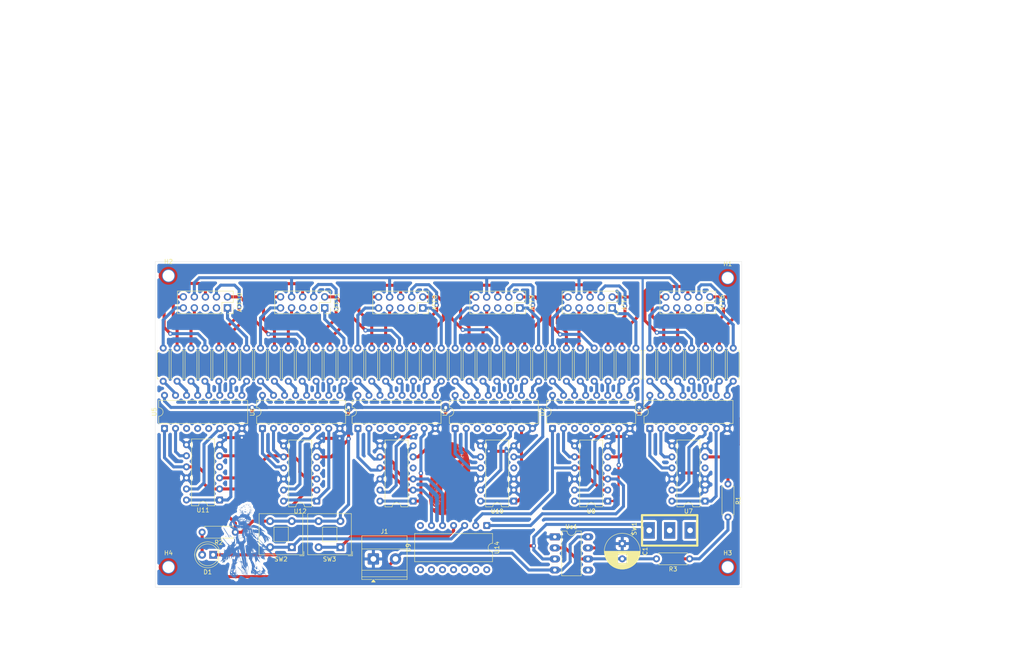
<source format=kicad_pcb>
(kicad_pcb (version 20241229) (generator "pcbnew") (generator_version "9.0")
  (layers (0 "F.Cu" signal) (2 "B.Cu" signal) (13 "F.Paste" user) (15 "B.Paste" user) (5 "F.SilkS" user "F.Silkscreen") (7 "B.SilkS" user "B.Silkscreen") (1 "F.Mask" user) (3 "B.Mask" user) (25 "Edge.Cuts" user))
  (net 0 "")
  (net 2 "GND")
  (net 3 "E6")
  (net 4 "A6")
  (net 5 "F6")
  (net 6 "D6")
  (net 7 "G6")
  (net 8 "B6")
  (net 9 "C6")
  (net 10 "F5")
  (net 11 "E5")
  (net 12 "C5")
  (net 13 "D5")
  (net 14 "B5")
  (net 15 "G5")
  (net 16 "A5")
  (net 19 "D3")
  (net 20 "E3")
  (net 21 "F3")
  (net 22 "G3")
  (net 23 "A3")
  (net 24 "C3")
  (net 25 "B3")
  (net 26 "A4")
  (net 28 "G4")
  (net 29 "D4")
  (net 30 "B4")
  (net 31 "E4")
  (net 32 "C4")
  (net 33 "F4")
  (net 34 "D1")
  (net 36 "B1")
  (net 37 "C1")
  (net 38 "A1")
  (net 39 "G1")
  (net 40 "F1")
  (net 41 "E1")
  (net 42 "F2")
  (net 43 "D2")
  (net 44 "B2")
  (net 46 "A2")
  (net 47 "G2")
  (net 48 "C2")
  (net 49 "E2")
  (net 50 "Trig")
  (net 52 "Entrada1")
  (net 53 "cp2")
  (net 56 "Net-(D1-A)")
  (net 57 "cp1")
  (net 59 "cp0")
  (net 61 "Q21")
  (net 62 "Q23")
  (net 63 "Q24")
  (net 64 "Q19")
  (net 66 "Q18")
  (net 67 "Q17")
  (net 68 "Q20")
  (net 71 "VCC")
  (net 72 "Q10")
  (net 73 "Q11")
  (net 75 "Net-(U2-a)")
  (net 76 "Q12")
  (net 77 "Net-(U2-b)")
  (net 79 "Net-(U2-c)")
  (net 81 "Net-(U2-d)")
  (net 83 "Q9")
  (net 84 "Net-(U2-e)")
  (net 85 "Q14")
  (net 88 "Net-(U2-f)")
  (net 89 "Q13")
  (net 90 "Q15")
  (net 92 "Net-(U2-g)")
  (net 93 "Net-(U4-a)")
  (net 95 "Net-(U4-b)")
  (net 97 "Net-(U4-c)")
  (net 98 "Net-(U4-d)")
  (net 100 "Net-(U4-e)")
  (net 101 "Q16")
  (net 102 "Net-(U4-f)")
  (net 103 "Net-(U4-g)")
  (net 104 "Net-(U3-a)")
  (net 105 "Net-(U3-b)")
  (net 106 "Net-(U3-c)")
  (net 107 "Net-(U3-d)")
  (net 108 "Net-(U3-e)")
  (net 109 "Net-(U3-f)")
  (net 110 "Net-(U3-g)")
  (net 111 "Net-(U6-a)")
  (net 112 "Net-(U6-b)")
  (net 113 "Net-(U6-c)")
  (net 114 "Net-(U6-d)")
  (net 115 "Net-(U6-e)")
  (net 116 "Net-(U6-f)")
  (net 117 "Net-(U6-g)")
  (net 118 "Net-(U5-a)")
  (net 119 "Net-(U5-b)")
  (net 120 "Net-(U5-c)")
  (net 121 "Net-(U5-d)")
  (net 122 "Net-(U5-e)")
  (net 123 "Net-(U5-f)")
  (net 124 "Net-(U5-g)")
  (net 125 "Net-(U1-a)")
  (net 126 "Net-(U1-b)")
  (net 127 "Net-(U1-c)")
  (net 128 "Net-(U1-d)")
  (net 129 "Net-(U1-e)")
  (net 130 "Net-(U1-f)")
  (net 131 "Net-(U1-g)")
  (net 132 "Q4")
  (net 133 "Q1")
  (net 134 "Q3")
  (net 135 "Q0")
  (net 136 "Q6")
  (net 137 "Q5")
  (net 138 "Q7")
  (net 139 "Q8")
  (net 140 "Net-(Ue1-DIS)")
  (net 143 "Q22")
  (footprint "Resistor_THT:R_Axial_DIN0207_L6.3mm_D2.5mm_P7.62mm_Horizontal" (layer "F.Cu") (at 125.118537 55.63 -90)
    (property "Reference" "R34" (hide yes))
    (property "Value" "330" (hide yes))
  )
  (footprint "Resistor_THT:R_Axial_DIN0207_L6.3mm_D2.5mm_P7.62mm_Horizontal" (layer "F.Cu") (at 86.78 55.63 -90)
    (property "Reference" "R43" (hide yes))
    (property "Value" "330" (hide yes))
  )
  (footprint "Resistor_THT:R_Axial_DIN0207_L6.3mm_D2.5mm_P7.62mm_Horizontal" (layer "F.Cu") (at 192.210976 55.63 -90)
    (property "Reference" "R13" (hide yes))
    (property "Value" "330" (hide yes))
  )
  (footprint "Button_Switch_THT:SW_Push_2P1T_Toggle_CK_PVA1xxH1xxxxxxV2" (layer "F.Cu") (at 116.34 101.4225 180)
    (property "Reference" "SW2")
    (property "Value" "SW_MEC_5G")
  )
  (footprint "Resistor_THT:R_Axial_DIN0207_L6.3mm_D2.5mm_P7.62mm_Horizontal" (layer "F.Cu") (at 153.872439 55.63 -90)
    (property "Reference" "R22" (hide yes))
    (property "Value" "330" (hide yes))
  )
  (footprint "Resistor_THT:R_Axial_DIN0207_L6.3mm_D2.5mm_P7.62mm_Horizontal" (layer "F.Cu") (at 198.600732 55.63 -90)
    (property "Reference" "R50" (hide yes))
    (property "Value" "330" (hide yes))
  )
  (footprint "Resistor_THT:R_Axial_DIN0207_L6.3mm_D2.5mm_P7.62mm_Horizontal" (layer "F.Cu") (at 128.313415 55.63 -90)
    (property "Reference" "R35" (hide yes))
    (property "Value" "330" (hide yes))
  )
  (footprint "Resistor_THT:R_Axial_DIN0207_L6.3mm_D2.5mm_P7.62mm_Horizontal" (layer "F.Cu") (at 182.626341 55.63 -90)
    (property "Reference" "R10" (hide yes))
    (property "Value" "330" (hide yes))
  )
  (footprint "Resistor_THT:R_Axial_DIN0207_L6.3mm_D2.5mm_P7.62mm_Horizontal" (layer "F.Cu") (at 134.703171 55.63 -90)
    (property "Reference" "R30" (hide yes))
    (property "Value" "330" (hide yes))
  )
  (footprint "Connector_PinSocket_2.54mm:PinSocket_2x05_P2.54mm_Vertical" (layer "F.Cu") (at 189.95 46.42 -90)
    (property "Reference" "AFF7")
    (property "Value" "LTS-6960HR")
  )
  (footprint "Package_DIP:DIP-16_W7.62mm" (layer "F.Cu") (at 109.59 74.115 90)
    (property "Reference" "U6")
    (property "Value" "74LS47")
  )
  (footprint "Package_DIP:DIP-12_W7.62mm" (layer "F.Cu") (at 211.295732 90.81 180)
    (property "Reference" "U7")
    (property "Value" "74LS90")
  )
  (footprint "Resistor_THT:R_Axial_DIN0207_L6.3mm_D2.5mm_P7.62mm_Horizontal" (layer "F.Cu") (at 144.287805 55.63 -90)
    (property "Reference" "R26" (hide yes))
    (property "Value" "330" (hide yes))
  )
  (footprint "Resistor_THT:R_Axial_DIN0207_L6.3mm_D2.5mm_P7.62mm_Horizontal" (layer "F.Cu") (at 216.56 86.88 -90)
    (property "Reference" "R1")
    (property "Value" "4.7K")
  )
  (footprint "The ring" (layer "F.Cu") (at 158.5 69.5 90)
    (property "Reference" "G***" (hide yes))
    (property "Value" "LOGO" (hide yes))
  )
  (footprint "MountingHole:MountingHole_2.7mm_M2.5_ISO14580_Pad_TopOnly" (layer "F.Cu") (at 216.5 106)
    (property "Reference" "H3")
    (property "Value" "Mounting_Hole")
  )
  (footprint "Resistor_THT:R_Axial_DIN0207_L6.3mm_D2.5mm_P7.62mm_Horizontal" (layer "F.Cu") (at 207.75 104.09 180)
    (property "Reference" "R3")
    (property "Value" "3.9k")
  )
  (footprint "Resistor_THT:R_Axial_DIN0207_L6.3mm_D2.5mm_P7.62mm_Horizontal" (layer "F.Cu") (at 163.457073 55.63 -90)
    (property "Reference" "R18" (hide yes))
    (property "Value" "330" (hide yes))
  )
  (footprint "Button_Switch_THT:SW_Push_2P1T_Toggle_CK_PVA1xxH1xxxxxxV2" (layer "F.Cu") (at 127.5 101.4225 180)
    (property "Reference" "SW3")
    (property "Value" "SW_MEC_5G")
  )
  (footprint "Resistor_THT:R_Axial_DIN0207_L6.3mm_D2.5mm_P7.62mm_Horizontal" (layer "F.Cu") (at 204.990488 55.63 -90)
    (property "Reference" "R45" (hide yes))
    (property "Value" "330" (hide yes))
  )
  (footprint "Resistor_THT:R_Axial_DIN0207_L6.3mm_D2.5mm_P7.62mm_Horizontal" (layer "F.Cu") (at 109.144146 55.63 -90)
    (property "Reference" "R36" (hide yes))
    (property "Value" "330" (hide yes))
  )
  (footprint "Resistor_THT:R_Axial_DIN0207_L6.3mm_D2.5mm_P7.62mm_Horizontal" (layer "F.Cu") (at 96.364634 55.63 -90)
    (property "Reference" "R39" (hide yes))
    (property "Value" "330" (hide yes))
  )
  (footprint "Package_DIP:DIP-12_W7.62mm" (layer "F.Cu") (at 122.07 90.81 180)
    (property "Reference" "U12")
    (property "Value" "74LS90")
  )
  (footprint "MountingHole:MountingHole_2.7mm_M2.5_ISO14580_Pad_TopOnly" (layer "F.Cu") (at 88 39)
    (property "Reference" "H2")
    (property "Value" "Mounting_Hole")
  )
  (footprint "Resistor_THT:R_Axial_DIN0207_L6.3mm_D2.5mm_P7.62mm_Horizontal" (layer "F.Cu") (at 157.067317 55.63 -90)
    (property "Reference" "R23" (hide yes))
    (property "Value" "330" (hide yes))
  )
  (footprint "Resistor_THT:R_Axial_DIN0207_L6.3mm_D2.5mm_P7.62mm_Horizontal" (layer "F.Cu") (at 141.092927 55.63 -90)
    (property "Reference" "R25" (hide yes))
    (property "Value" "330" (hide yes))
  )
  (footprint "Connector_PinSocket_2.54mm:PinSocket_2x05_P2.54mm_Vertical" (layer "F.Cu") (at 146.43 46.42 -90)
    (property "Reference" "AFF8")
    (property "Value" "LTS-6960HR")
  )
  (footprint "Resistor_THT:R_Axial_DIN0207_L6.3mm_D2.5mm_P7.62mm_Horizontal" (layer "F.Cu") (at 169.846829 55.63 -90)
    (property "Reference" "R20" (hide yes))
    (property "Value" "330" (hide yes))
  )
  (footprint "Resistor_THT:R_Axial_DIN0207_L6.3mm_D2.5mm_P7.62mm_Horizontal" (layer "F.Cu") (at 179.431463 55.63 -90)
    (property "Reference" "R16" (hide yes))
    (property "Value" "330" (hide yes))
  )
  (footprint "LED_THT:LED_D5.0mm" (layer "F.Cu") (at 98.27 103.17 180)
    (property "Reference" "D1")
    (property "Value" "LED")
  )
  (footprint "Resistor_THT:R_Axial_DIN0207_L6.3mm_D2.5mm_P7.62mm_Horizontal" (layer "F.Cu") (at 103.35 97.97 180)
    (property "Reference" "R2")
    (property "Value" "330")
  )
  (footprint "Resistor_THT:R_Axial_DIN0207_L6.3mm_D2.5mm_P7.62mm_Horizontal" (layer "F.Cu") (at 112.339024 55.63 -90)
    (property "Reference" "R37" (hide yes))
    (property "Value" "330" (hide yes))
  )
  (footprint "Resistor_THT:R_Axial_DIN0207_L6.3mm_D2.5mm_P7.62mm_Horizontal" (layer "F.Cu") (at 118.72878 55.63 -90)
    (property "Reference" "R32" (hide yes))
    (property "Value" "330" (hide yes))
  )
  (footprint "Resistor_THT:R_Axial_DIN0207_L6.3mm_D2.5mm_P7.62mm_Horizontal" (layer "F.Cu") (at 214.575122 55.63 -90)
    (property "Reference" "R48" (hide yes))
    (property "Value" "330" (hide yes))
  )
  (footprint "Connector_PinSocket_2.54mm:PinSocket_2x05_P2.54mm_Vertical" (layer "F.Cu") (at 212.42 46.4 -90)
    (property "Reference" "AFF6")
    (property "Value" "LTS-6960HR")
  )
  (footprint "Package_DIP:DIP-12_W7.62mm" (layer "F.Cu") (at 144.215 90.81 180)
    (property "Reference" "U9")
    (property "Value" "74LS90")
  )
  (footprint "Package_DIP:DIP-8_W7.62mm_LongPads" (layer "F.Cu") (at 176.78 99.04)
    (property "Reference" "Ue1")
    (property "Value" "LM555xM")
  )
  (footprint "Connector_PinSocket_2.54mm:PinSocket_2x05_P2.54mm_Vertical" (layer "F.Cu") (at 168.74 46.42 -90)
    (property "Reference" "AFF9")
    (property "Value" "LTS-6960HR")
  )
  (footprint "Resistor_THT:R_Axial_DIN0207_L6.3mm_D2.5mm_P7.62mm_Horizontal" (layer "F.Cu") (at 166.651951 55.63 -90)
    (property "Reference" "R19" (hide yes))
    (property "Value" "330" (hide yes))
  )
  (footprint "Resistor_THT:R_Axial_DIN0207_L6.3mm_D2.5mm_P7.62mm_Horizontal" (layer "F.Cu") (at 211.380244 55.63 -90)
    (property "Reference" "R47" (hide yes))
    (property "Value" "330" (hide yes))
  )
  (footprint "Resistor_THT:R_Axial_DIN0207_L6.3mm_D2.5mm_P7.62mm_Horizontal" (layer "F.Cu") (at 189.016098 55.63 -90)
    (property "Reference" "R12" (hide yes))
    (property "Value" "330" (hide yes))
  )
  (footprint "Resistor_THT:R_Axial_DIN0207_L6.3mm_D2.5mm_P7.62mm_Horizontal" (layer "F.Cu") (at 89.974878 55.63 -90)
    (property "Reference" "R44" (hide yes))
    (property "Value" "330" (hide yes))
  )
  (footprint "Resistor_THT:R_Axial_DIN0207_L6.3mm_D2.5mm_P7.62mm_Horizontal" (layer "F.Cu") (at 137.898049 55.63 -90)
    (property "Reference" "R24" (hide yes))
    (property "Value" "330" (hide yes))
  )
  (footprint "Resistor_THT:R_Axial_DIN0207_L6.3mm_D2.5mm_P7.62mm_Horizontal" (layer "F.Cu") (at 173.041707 55.63 -90)
    (property "Reference" "R21" (hide yes))
    (property "Value" "330" (hide yes))
  )
  (footprint "Resistor_THT:R_Axial_DIN0207_L6.3mm_D2.5mm_P7.62mm_Horizontal" (layer "F.Cu") (at 99.559512 55.63 -90)
    (property "Reference" "R40" (hide yes))
    (property "Value" "330" (hide yes))
  )
  (footprint "Package_DIP:DIP-12_W7.62mm" (layer "F.Cu") (at 167.34 90.81 180)
    (property "Reference" "U10")
    (property "Value" "74LS90")
  )
  (footprint "Resistor_THT:R_Axial_DIN0207_L6.3mm_D2.5mm_P7.62mm_Horizontal" (layer "F.Cu") (at 201.79561 55.63 -90)
    (property "Reference" "R51" (hide yes))
    (property "Value" "330" (hide yes))
  )
  (footprint "Package_DIP:DIP-16_W7.62mm" (layer "F.Cu") (at 176.236585 74.115 90)
    (property "Reference" "U2")
    (property "Value" "74LS47")
  )
  (footprint "Package_DIP:DIP-16_W7.62mm" (layer "F.Cu") (at 153.872439 74.115 90)
    (property "Reference" "U4")
    (property "Value" "74LS47")
  )
  (footprint "MountingHole:MountingHole_2.7mm_M2.5_ISO14580_Pad_TopOnly" (layer "F.Cu") (at 216.5 39.5)
    (property "Reference" "H1")
    (property "Value" "Mounting_Hole")
  )
  (footprint "Resistor_THT:R_Axial_DIN0207_L6.3mm_D2.5mm_P7.62mm_Horizontal" (layer "F.Cu") (at 150.677561 55.63 -90)
    (property "Reference" "R28" (hide yes))
    (property "Value" "330" (hide yes))
  )
  (footprint "EESTN5:SW_SPDT_TH_Vertical" (layer "F.Cu") (at 203.16 97.55 90)
    (property "Reference" "SW1")
    (property "Value" "SW_DPDT_x2" (hide yes))
  )
  (footprint "Resistor_THT:R_Axial_DIN0207_L6.3mm_D2.5mm_P7.62mm_Horizontal" (layer "F.Cu") (at 115.533902 55.63 -90)
    (property "Reference" "R31" (hide yes))
    (property "Value" "330" (hide yes))
  )
  (footprint "Resistor_THT:R_Axial_DIN0207_L6.3mm_D2.5mm_P7.62mm_Horizontal" (layer "F.Cu") (at 195.405854 55.63 -90)
    (property "Reference" "R14" (hide yes))
    (property "Value" "330" (hide yes))
  )
  (footprint "Logos:Ibarra" (layer "F.Cu") (at 197.5 87.5)
    (property "Reference" "G***" (hide yes))
    (property "Value" "LOGO" (hide yes))
  )
  (footprint "Package_DIP:DIP-16_W7.62mm" (layer "F.Cu") (at 131.52 74.11 90)
    (property "Reference" "U3")
    (property "Value" "74LS47")
  )
  (footprint "Package_DIP:DIP-12_W7.62mm" (layer "F.Cu") (at 188.931585 90.81 180)
    (property "Reference" "U8")
    (property "Value" "74LS90")
  )
  (footprint "Resistor_THT:R_Axial_DIN0207_L6.3mm_D2.5mm_P7.62mm_Horizontal" (layer "F.Cu") (at 185.82122 55.63 -90)
    (property "Reference" "R11" (hide yes))
    (property "Value" "330" (hide yes))
  )
  (footprint "Resistor_THT:R_Axial_DIN0207_L6.3mm_D2.5mm_P7.62mm_Horizontal" (layer "F.Cu") (at 105.949268 55.63 -90)
    (property "Reference" "R42" (hide yes))
    (property "Value" "330" (hide yes))
  )
  (footprint "Resistor_THT:R_Axial_DIN0207_L6.3mm_D2.5mm_P7.62mm_Horizontal" (layer "F.Cu") (at 93.169756 55.63 -90)
    (property "Reference" "R38" (hide yes))
    (property "Value" "330" (hide yes))
  )
  (footprint "Package_DIP:DIP-12_W7.62mm" (layer "F.Cu") (at 99.745 90.56 180)
    (property "Reference" "U11")
    (property "Value" "74LS90")
  )
  (footprint "Resistor_THT:R_Axial_DIN0207_L6.3mm_D2.5mm_P7.62mm_Horizontal" (layer "F.Cu") (at 147.482683 55.63 -90)
    (property "Reference" "R27" (hide yes))
    (property "Value" "330" (hide yes))
  )
  (footprint "Resistor_THT:R_Axial_DIN0207_L6.3mm_D2.5mm_P7.62mm_Horizontal" (layer "F.Cu") (at 208.185366 55.63 -90)
    (property "Reference" "R46" (hide yes))
    (property "Value" "330" (hide yes))
  )
  (footprint "Resistor_THT:R_Axial_DIN0207_L6.3mm_D2.5mm_P7.62mm_Horizontal" (layer "F.Cu") (at 131.508293 55.63 -90)
    (property "Reference" "R29" (hide yes))
    (property "Value" "330" (hide yes))
  )
  (footprint "Connector_PinSocket_2.54mm:PinSocket_2x05_P2.54mm_Vertical" (layer "F.Cu") (at 101.56 46.39 -90)
    (property "Reference" "AFF10")
    (property "Value" "LTS-6960HR")
  )
  (footprint "Package_DIP:DIP-16_W7.62mm" (layer "F.Cu") (at 87.08 74.115 90)
    (property "Reference" "U5")
    (property "Value" "74LS47")
  )
  (footprint "Resistor_THT:R_Axial_DIN0207_L6.3mm_D2.5mm_P7.62mm_Horizontal" (layer "F.Cu") (at 121.923659 55.63 -90)
    (property "Reference" "R33" (hide yes))
    (property "Value" "330" (hide yes))
  )
  (footprint "Package_DIP:DIP-16_W7.62mm" (layer "F.Cu") (at 198.600732 74.115 90)
    (property "Reference" "U1")
    (property "Value" "74LS47")
  )
  (footprint "MountingHole:MountingHole_2.7mm_M2.5_ISO14580_Pad_TopOnly" (layer "F.Cu") (at 88 106)
    (property "Reference" "H4")
    (property "Value" "Mounting_Hole")
  )
  (footprint "Capacitor_THT:CP_Radial_D8.0mm_P3.50mm" (layer "F.Cu") (at 192.27 100.59 -90)
    (property "Reference" "C1")
    (property "Value" "C")
  )
  (footprint "Resistor_THT:R_Axial_DIN0207_L6.3mm_D2.5mm_P7.62mm_Horizontal" (layer "F.Cu") (at 217.77 55.63 -90)
    (property "Reference" "R49" (hide yes))
    (property "Value" "330" (hide yes))
  )
  (footprint "Resistor_THT:R_Axial_DIN0207_L6.3mm_D2.5mm_P7.62mm_Horizontal" (layer "F.Cu") (at 160.262195 55.63 -90)
    (property "Reference" "R17" (hide yes))
    (property "Value" "330" (hide yes))
  )
  (footprint "Resistor_THT:R_Axial_DIN0207_L6.3mm_D2.5mm_P7.62mm_Horizontal" (layer "F.Cu") (at 102.75439 55.63 -90)
    (property "Reference" "R41" (hide yes))
    (property "Value" "330" (hide yes))
  )
  (footprint "Package_DIP:DIP-14_W10.16mm" (layer "F.Cu") (at 161.13 96.43 -90)
    (property "Reference" "U14")
    (property "Value" "4081")
  )
  (footprint "Connector_PinSocket_2.54mm:PinSocket_2x05_P2.54mm_Vertical" (layer "F.Cu") (at 123.9 46.39 -90)
    (property "Reference" "AFF11")
    (property "Value" "LTS-6960HR")
  )
  (footprint "Resistor_THT:R_Axial_DIN0207_L6.3mm_D2.5mm_P7.62mm_Horizontal" (layer "F.Cu") (at 176.236585 55.63 -90)
    (property "Reference" "R15" (hide yes))
    (property "Value" "330" (hide yes))
  )
  (footprint "TerminalBlock_Phoenix:TerminalBlock_Phoenix_MKDS-1,5-2-5.08_1x02_P5.08mm_Horizontal" (layer "F.Cu") (at 135.08 104.12)
    (property "Reference" "J1")
    (property "Value" "Screw_Terminal_01x02")
  )
  (footprint "Logos:assassin 2" (layer "B.Cu") (at 106 100 180)
    (property "Reference" "G***" (hide yes))
    (property "Value" "LOGO" (hide yes))
  )
  (gr_rect (start 84.94 35.74) (end 219.76 110.64) (stroke (width 0.05)) (fill no) (layer "Edge.Cuts"))
  (segment (start 201.4 83.19) (end 198.600732 80.390732) (width 0.7) (layer "B.Cu") (net 0))
  (segment (start 198.600732 80.390732) (end 198.600732 74.115) (width 0.7) (layer "B.Cu") (net 0))
  (segment (start 203.675732 83.19) (end 201.4 83.19) (width 0.7) (layer "B.Cu") (net 0))
  (segment (start 144.31 76.04) (end 140.18 76.04) (width 0.7) (layer "F.Cu") (net 2))
  (segment (start 193.32 75.98) (end 189.19 75.98) (width 0.7) (layer "F.Cu") (net 2))
  (segment (start 165.72 79.37) (end 161.59 79.37) (width 0.7) (layer "F.Cu") (net 2))
  (segment (start 189.2 75.99) (end 185.07 75.99) (width 0.7) (layer "F.Cu") (net 2))
  (segment (start 209.66 84.35) (end 205.53 84.35) (width 0.7) (layer "F.Cu") (net 2))
  (segment (start 104.85 76.23) (end 100.72 76.23) (width 0.7) (layer "F.Cu") (net 2))
  (segment (start 127.32 76.39) (end 123.19 76.39) (width 0.7) (layer "F.Cu") (net 2))
  (via (at 104.85 76.23) (size 1) (drill 0.5) (layers "F.Cu" "B.Cu") (net 2))
  (via (at 193.32 75.98) (size 1) (drill 0.5) (layers "F.Cu" "B.Cu") (net 2))
  (via (at 123.19 76.39) (size 1) (drill 0.5) (layers "F.Cu" "B.Cu") (net 2))
  (via (at 127.32 76.39) (size 1) (drill 0.5) (layers "F.Cu" "B.Cu") (net 2))
  (via (at 185.07 75.99) (size 1) (drill 0.5) (layers "F.Cu" "B.Cu") (net 2))
  (via (at 205.53 84.35) (size 1) (drill 0.5) (layers "F.Cu" "B.Cu") (net 2))
  (via (at 161.59 79.37) (size 1) (drill 0.5) (layers "F.Cu" "B.Cu") (net 2))
  (via (at 140.18 76.04) (size 1) (drill 0.5) (layers "F.Cu" "B.Cu") (net 2))
  (via (at 189.19 75.98) (size 1) (drill 0.5) (layers "F.Cu" "B.Cu") (net 2))
  (via (at 189.2 75.99) (size 1) (drill 0.5) (layers "F.Cu" "B.Cu") (net 2))
  (via (at 165.72 79.37) (size 1) (drill 0.5) (layers "F.Cu" "B.Cu") (net 2))
  (via (at 100.72 76.23) (size 1) (drill 0.5) (layers "F.Cu" "B.Cu") (net 2))
  (via (at 209.66 84.35) (size 1) (drill 0.5) (layers "F.Cu" "B.Cu") (net 2))
  (via (at 144.31 76.04) (size 1) (drill 0.5) (layers "F.Cu" "B.Cu") (net 2))
  (segment (start 165.73 79.36) (end 165.72 79.37) (width 0.7) (layer "B.Cu") (net 2))
  (segment (start 127.33 76.38) (end 127.32 76.39) (width 0.7) (layer "B.Cu") (net 2))
  (segment (start 144.32 76.03) (end 144.31 76.04) (width 0.7) (layer "B.Cu") (net 2))
  (segment (start 209.67 84.34) (end 209.66 84.35) (width 0.7) (layer "B.Cu") (net 2))
  (segment (start 189.21 75.98) (end 189.2 75.99) (width 0.7) (layer "B.Cu") (net 2))
  (segment (start 193.33 75.97) (end 193.32 75.98) (width 0.7) (layer "B.Cu") (net 2))
  (segment (start 104.86 76.22) (end 104.85 76.23) (width 0.7) (layer "B.Cu") (net 2))
  (segment (start 213.89 46.4) (end 212.42 46.4) (width 0.7) (layer "B.Cu") (net 3))
  (segment (start 217.77 50.28) (end 213.89 46.4) (width 0.7) (layer "B.Cu") (net 3))
  (segment (start 217.77 55.63) (end 217.77 50.28) (width 0.7) (layer "B.Cu") (net 3))
  (segment (start 204.990488 55.63) (end 204.990488 46.590488) (width 0.7) (layer "F.Cu") (net 4))
  (segment (start 204.990488 46.590488) (end 204.8 46.4) (width 0.7) (layer "F.Cu") (net 4))
  (segment (start 200.31 46.4) (end 198.600732 48.109268) (width 0.7) (layer "B.Cu") (net 5))
  (segment (start 202.26 46.4) (end 200.31 46.4) (width 0.7) (layer "B.Cu") (net 5))
  (segment (start 198.600732 48.109268) (end 198.600732 55.63) (width 0.7) (layer "B.Cu") (net 5))
  (segment (start 217.67 48.93) (end 217.67 45.28) (width 0.7) (layer "F.Cu") (net 6))
  (segment (start 216.25 43.86) (end 212.42 43.86) (width 0.7) (layer "F.Cu") (net 6))
  (segment (start 214.575122 55.63) (end 214.575122 52.024878) (width 0.7) (layer "F.Cu") (net 6))
  (segment (start 217.67 45.28) (end 216.25 43.86) (width 0.7) (layer "F.Cu") (net 6))
  (segment (start 214.575122 52.024878) (end 217.67 48.93) (width 0.7) (layer "F.Cu") (net 6))
  (segment (start 201.79561 55.63) (end 201.79561 50.97561) (width 0.7) (layer "F.Cu") (net 7))
  (segment (start 200.07 43.85) (end 202.25 43.85) (width 0.7) (layer "F.Cu") (net 7))
  (segment (start 199.14 48.32) (end 199.14 44.78) (width 0.7) (layer "F.Cu") (net 7))
  (segment (start 201.79561 50.97561) (end 199.14 48.32) (width 0.7) (layer "F.Cu") (net 7))
  (segment (start 199.14 44.78) (end 200.07 43.85) (width 0.7) (layer "F.Cu") (net 7))
  (segment (start 202.25 43.85) (end 202.26 43.86) (width 0.7) (layer "F.Cu") (net 7))
  (segment (start 197.48 42.55) (end 198.56 41.47) (width 0.7) (layer "F.Cu") (net 8))
  (segment (start 198.56 41.47) (end 206.38 41.47) (width 0.7) (layer "F.Cu") (net 8))
  (segment (start 206.38 41.47) (end 207.34 42.43) (width 0.7) (layer "F.Cu") (net 8))
  (segment (start 197.48 49.31) (end 197.48 42.55) (width 0.7) (layer "F.Cu") (net 8))
  (segment (start 207.34 42.43) (end 207.34 43.86) (width 0.7) (layer "F.Cu") (net 8))
  (segment (start 200.23 52.06) (end 197.48 49.31) (width 0.7) (layer "F.Cu") (net 8))
  (via (at 200.23 52.06) (size 1) (drill 0.5) (layers "F.Cu" "B.Cu") (net 8))
  (segment (start 200.27 52.02) (end 200.23 52.06) (width 0.7) (layer "B.Cu") (net 8))
  (segment (start 208.185366 53.585366) (end 206.62 52.02) (width 0.7) (layer "B.Cu") (net 8))
  (segment (start 208.185366 55.63) (end 208.185366 53.585366) (width 0.7) (layer "B.Cu") (net 8))
  (segment (start 206.62 52.02) (end 200.27 52.02) (width 0.7) (layer "B.Cu") (net 8))
  (segment (start 211.380244 55.63) (end 211.380244 52.269756) (width 0.7) (layer "F.Cu") (net 9))
  (segment (start 213.24 50.41) (end 215.53 48.12) (width 0.7) (layer "F.Cu") (net 9))
  (segment (start 215.53 48.12) (end 215.53 45.88) (width 0.7) (layer "F.Cu") (net 9))
  (segment (start 211.380244 52.269756) (end 213.24 50.41) (width 0.7) (layer "F.Cu") (net 9))
  (via (at 215.53 45.88) (size 1) (drill 0.5) (layers "F.Cu" "B.Cu") (net 9))
  (segment (start 209.88 41.63) (end 209.88 43.86) (width 0.7) (layer "B.Cu") (net 9))
  (segment (start 212.58 41.08) (end 210.43 41.08) (width 0.7) (layer "B.Cu") (net 9))
  (segment (start 210.43 41.08) (end 209.88 41.63) (width 0.7) (layer "B.Cu") (net 9))
  (segment (start 215.53 44.03) (end 212.58 41.08) (width 0.7) (layer "B.Cu") (net 9))
  (segment (start 215.53 45.88) (end 215.53 44.03) (width 0.7) (layer "B.Cu") (net 9))
  (segment (start 178.58 46.42) (end 176.236585 48.763415) (width 0.7) (layer "B.Cu") (net 10))
  (segment (start 179.79 46.42) (end 178.58 46.42) (width 0.7) (layer "B.Cu") (net 10))
  (segment (start 176.236585 55.63) (end 176.236585 48.763415) (width 0.7) (layer "B.Cu") (net 10))
  (segment (start 195.405854 49.585854) (end 193.54 47.72) (width 0.7) (layer "B.Cu") (net 11))
  (segment (start 191.25 47.72) (end 189.95 46.42) (width 0.7) (layer "B.Cu") (net 11))
  (segment (start 195.405854 55.63) (end 195.405854 49.585854) (width 0.7) (layer "B.Cu") (net 11))
  (segment (start 193.54 47.72) (end 191.25 47.72) (width 0.7) (layer "B.Cu") (net 11))
  (segment (start 192.89 45.92) (end 192.9 45.91) (width 0.7) (layer "F.Cu") (net 12))
  (segment (start 189.016098 52.143902) (end 192.89 48.27) (width 0.7) (layer "F.Cu") (net 12))
  (segment (start 189.016098 55.63) (end 189.016098 52.143902) (width 0.7) (layer "F.Cu") (net 12))
  (segment (start 192.89 48.27) (end 192.89 45.92) (width 0.7) (layer "F.Cu") (net 12))
  (via (at 192.9 45.91) (size 1) (drill 0.5) (layers "F.Cu" "B.Cu") (net 12))
  (segment (start 187.41 42.28) (end 187.41 43.88) (width 0.7) (layer "B.Cu") (net 12))
  (segment (start 191.58 41.34) (end 188.35 41.34) (width 0.7) (layer "B.Cu") (net 12))
  (segment (start 192.91 45.9) (end 192.91 42.67) (width 0.7) (layer "B.Cu") (net 12))
  (segment (start 188.35 41.34) (end 187.41 42.28) (width 0.7) (layer "B.Cu") (net 12))
  (segment (start 192.9 45.91) (end 192.91 45.9) (width 0.7) (layer "B.Cu") (net 12))
  (segment (start 192.91 42.67) (end 191.58 41.34) (width 0.7) (layer "B.Cu") (net 12))
  (segment (start 192.210976 55.63) (end 192.210976 52.049024) (width 0.7) (layer "F.Cu") (net 13))
  (segment (start 194.08 43.88) (end 189.95 43.88) (width 0.7) (layer "F.Cu") (net 13))
  (segment (start 192.210976 52.049024) (end 195.64 48.62) (width 0.7) (layer "F.Cu") (net 13))
  (segment (start 195.64 45.44) (end 194.08 43.88) (width 0.7) (layer "F.Cu") (net 13))
  (segment (start 195.64 48.62) (end 195.64 45.44) (width 0.7) (layer "F.Cu") (net 13))
  (segment (start 175.63 42.27) (end 176.82 41.08) (width 0.7) (layer "F.Cu") (net 14))
  (segment (start 184.87 41.74) (end 184.87 43.88) (width 0.7) (layer "F.Cu") (net 14))
  (segment (start 176.82 41.08) (end 184.21 41.08) (width 0.7) (layer "F.Cu") (net 14))
  (segment (start 184.21 41.08) (end 184.87 41.74) (width 0.7) (layer "F.Cu") (net 14))
  (segment (start 178.000405 52.479595) (end 175.63 50.10919) (width 0.7) (layer "F.Cu") (net 14))
  (segment (start 175.63 50.10919) (end 175.63 42.27) (width 0.7) (layer "F.Cu") (net 14))
  (via (at 178.000405 52.479595) (size 1) (drill 0.5) (layers "F.Cu" "B.Cu") (net 14))
  (segment (start 182.670815 52.479595) (end 178.000405 52.479595) (width 0.7) (layer "B.Cu") (net 14))
  (segment (start 185.82122 55.63) (end 182.670815 52.479595) (width 0.7) (layer "B.Cu") (net 14))
  (segment (start 179.79 43.88) (end 178.51 43.88) (width 0.7) (layer "F.Cu") (net 15))
  (segment (start 177.35 49.92) (end 179.431463 52.001463) (width 0.7) (layer "F.Cu") (net 15))
  (segment (start 178.51 43.88) (end 177.35 45.04) (width 0.7) (layer "F.Cu") (net 15))
  (segment (start 179.431463 52.001463) (end 179.431463 55.63) (width 0.7) (layer "F.Cu") (net 15))
  (segment (start 177.35 45.04) (end 177.35 49.92) (width 0.7) (layer "F.Cu") (net 15))
  (segment (start 182.32 46.43) (end 182.33 46.42) (width 0.7) (layer "F.Cu") (net 16))
  (segment (start 182.626341 55.63) (end 182.32 55.323659) (width 0.7) (layer "F.Cu") (net 16))
  (segment (start 182.32 55.323659) (end 182.32 46.43) (width 0.7) (layer "F.Cu") (net 16))
  (segment (start 149.94 43.88) (end 151.17 45.11) (width 0.7) (layer "F.Cu") (net 19))
  (segment (start 146.43 43.88) (end 149.94 43.88) (width 0.7) (layer "F.Cu") (net 19))
  (segment (start 147.482683 52.817317) (end 147.482683 55.63) (width 0.7) (layer "F.Cu") (net 19))
  (segment (start 151.17 49.13) (end 147.482683 52.817317) (width 0.7) (layer "F.Cu") (net 19))
  (segment (start 151.17 45.11) (end 151.17 49.13) (width 0.7) (layer "F.Cu") (net 19))
  (segment (start 150.677561 55.63) (end 150.677561 48.757561) (width 0.7) (layer "B.Cu") (net 20))
  (segment (start 150.677561 48.757561) (end 148.34 46.42) (width 0.7) (layer "B.Cu") (net 20))
  (segment (start 148.34 46.42) (end 146.43 46.42) (width 0.7) (layer "B.Cu") (net 20))
  (segment (start 131.508293 55.63) (end 131.508293 48.081707) (width 0.7) (layer "B.Cu") (net 21))
  (segment (start 133.17 46.42) (end 136.27 46.42) (width 0.7) (layer "B.Cu") (net 21))
  (segment (start 131.508293 48.081707) (end 133.17 46.42) (width 0.7) (layer "B.Cu") (net 21))
  (segment (start 131.75 47.14) (end 131.75 45.07) (width 0.7) (layer "F.Cu") (net 22))
  (segment (start 131.75 45.07) (end 132.94 43.88) (width 0.7) (layer "F.Cu") (net 22))
  (segment (start 132.94 43.88) (end 136.27 43.88) (width 0.7) (layer "F.Cu") (net 22))
  (segment (start 134.703171 50.093171) (end 131.75 47.14) (width 0.7) (layer "F.Cu") (net 22))
  (segment (start 134.703171 55.63) (end 134.703171 50.093171) (width 0.7) (layer "F.Cu") (net 22))
  (segment (start 138.81 49.41) (end 137.898049 50.321951) (width 0.7) (layer "F.Cu") (net 23))
  (segment (start 138.81 46.42) (end 138.81 49.41) (width 0.7) (layer "F.Cu") (net 23))
  (segment (start 137.898049 50.321951) (end 137.898049 55.63) (width 0.7) (layer "F.Cu") (net 23))
  (segment (start 144.287805 52.442195) (end 146.58 50.15) (width 0.7) (layer "F.Cu") (net 24))
  (segment (start 144.287805 55.63) (end 144.287805 52.442195) (width 0.7) (layer "F.Cu") (net 24))
  (segment (start 146.58 50.15) (end 149.61 47.12) (width 0.7) (layer "F.Cu") (net 24))
  (segment (start 149.61 47.12) (end 149.61 45.75) (width 0.7) (layer "F.Cu") (net 24))
  (via (at 149.61 45.75) (size 1) (drill 0.5) (layers "F.Cu" "B.Cu") (net 24))
  (segment (start 143.89 42.1) (end 143.89 43.88) (width 0.7) (layer "B.Cu") (net 24))
  (segment (start 149.61 45.75) (end 149.61 42.82) (width 0.7) (layer "B.Cu") (net 24))
  (segment (start 144.94 41.05) (end 143.89 42.1) (width 0.7) (layer "B.Cu") (net 24))
  (segment (start 149.61 42.82) (end 147.84 41.05) (width 0.7) (layer "B.Cu") (net 24))
  (segment (start 147.84 41.05) (end 144.94 41.05) (width 0.7) (layer "B.Cu") (net 24))
  (segment (start 141.35 42.36) (end 141.35 43.88) (width 0.7) (layer "F.Cu") (net 25))
  (segment (start 133.28 51.54) (end 130.03 48.29) (width 0.7) (layer "F.Cu") (net 25))
  (segment (start 130.03 48.29) (end 130.03 43.74) (width 0.7) (layer "F.Cu") (net 25))
  (segment (start 130.03 43.74) (end 132.58 41.19) (width 0.7) (layer "F.Cu") (net 25))
  (segment (start 140.18 41.19) (end 141.35 42.36) (width 0.7) (layer "F.Cu") (net 25))
  (segment (start 132.58 41.19) (end 140.18 41.19) (width 0.7) (layer "F.Cu") (net 25))
  (via (at 133.28 51.54) (size 1) (drill 0.5) (layers "F.Cu" "B.Cu") (net 25))
  (segment (start 139.19 51.54) (end 133.28 51.54) (width 0.7) (layer "B.Cu") (net 25))
  (segment (start 141.092927 55.63) (end 141.092927 53.442927) (width 0.7) (layer "B.Cu") (net 25))
  (segment (start 140.53 52.88) (end 139.19 51.54) (width 0.7) (layer "B.Cu") (net 25))
  (segment (start 141.092927 53.442927) (end 140.53 52.88) (width 0.7) (layer "B.Cu") (net 25))
  (segment (start 161.12 50.98) (end 161.12 46.42) (width 0.7) (layer "F.Cu") (net 26))
  (segment (start 160.262195 55.63) (end 160.262195 51.837805) (width 0.7) (layer "F.Cu") (net 26))
  (segment (start 160.262195 51.837805) (end 161.12 50.98) (width 0.7) (layer "F.Cu") (net 26))
  (segment (start 157.067317 50.807317) (end 155.12 48.86) (width 0.7) (layer "F.Cu") (net 28))
  (segment (start 155.63 43.88) (end 158.58 43.88) (width 0.7) (layer "F.Cu") (net 28))
  (segment (start 155.12 44.39) (end 155.63 43.88) (width 0.7) (layer "F.Cu") (net 28))
  (segment (start 155.12 48.86) (end 155.12 44.39) (width 0.7) (layer "F.Cu") (net 28))
  (segment (start 157.067317 55.63) (end 157.067317 50.807317) (width 0.7) (layer "F.Cu") (net 28))
  (segment (start 172.32 43.88) (end 168.74 43.88) (width 0.7) (layer "F.Cu") (net 29))
  (segment (start 173.92 45.48) (end 172.32 43.88) (width 0.7) (layer "F.Cu") (net 29))
  (segment (start 169.846829 52.903171) (end 173.92 48.83) (width 0.7) (layer "F.Cu") (net 29))
  (segment (start 173.92 48.83) (end 173.92 45.48) (width 0.7) (layer "F.Cu") (net 29))
  (segment (start 169.846829 55.63) (end 169.846829 52.903171) (width 0.7) (layer "F.Cu") (net 29))
  (segment (start 162.6 41.17) (end 163.66 42.23) (width 0.7) (layer "F.Cu") (net 30))
  (segment (start 154.99 41.17) (end 162.6 41.17) (width 0.7) (layer "F.Cu") (net 30))
  (segment (start 153.07 43.09) (end 154.99 41.17) (width 0.7) (layer "F.Cu") (net 30))
  (segment (start 153.07 48.84) (end 153.07 43.09) (width 0.7) (layer "F.Cu") (net 30))
  (segment (start 163.66 42.23) (end 163.66 43.88) (width 0.7) (layer "F.Cu") (net 30))
  (segment (start 155.64 51.41) (end 153.07 48.84) (width 0.7) (layer "F.Cu") (net 30))
  (via (at 155.64 51.41) (size 1) (drill 0.5) (layers "F.Cu" "B.Cu") (net 30))
  (segment (start 163.457073 53.167073) (end 162.57 52.28) (width 0.7) (layer "B.Cu") (net 30))
  (segment (start 162.57 52.28) (end 161.7 51.41) (width 0.7) (layer "B.Cu") (net 30))
  (segment (start 163.457073 55.63) (end 163.457073 53.167073) (width 0.7) (layer "B.Cu") (net 30))
  (segment (start 161.7 51.41) (end 155.64 51.41) (width 0.7) (layer "B.Cu") (net 30))
  (segment (start 173.041707 48.911707) (end 170.55 46.42) (width 0.7) (layer "B.Cu") (net 31))
  (segment (start 173.041707 55.63) (end 173.041707 48.911707) (width 0.7) (layer "B.Cu") (net 31))
  (segment (start 170.55 46.42) (end 168.74 46.42) (width 0.7) (layer "B.Cu") (net 31))
  (segment (start 166.651951 53.598049) (end 171.44 48.81) (width 0.7) (layer "F.Cu") (net 32))
  (segment (start 171.76 48.49) (end 171.76 45.720813) (width 0.7) (layer "F.Cu") (net 32))
  (segment (start 166.651951 55.63) (end 166.651951 53.598049) (width 0.7) (layer "F.Cu") (net 32))
  (segment (start 171.44 48.81) (end 171.76 48.49) (width 0.7) (layer "F.Cu") (net 32))
  (via (at 171.76 45.720813) (size 1) (drill 0.5) (layers "F.Cu" "B.Cu") (net 32))
  (segment (start 171.26 41.08) (end 167.18 41.08) (width 0.7) (layer "B.Cu") (net 32))
  (segment (start 167.18 41.08) (end 166.2 42.06) (width 0.7) (layer "B.Cu") (net 32))
  (segment (start 166.2 42.06) (end 166.2 43.88) (width 0.7) (layer "B.Cu") (net 32))
  (segment (start 171.76 41.58) (end 171.26 41.08) (width 0.7) (layer "B.Cu") (net 32))
  (segment (start 171.76 45.720813) (end 171.76 41.58) (width 0.7) (layer "B.Cu") (net 32))
  (segment (start 153.872439 49.107561) (end 153.872439 55.63) (width 0.7) (layer "B.Cu") (net 33))
  (segment (start 158.58 46.42) (end 156.56 46.42) (width 0.7) (layer "B.Cu") (net 33))
  (segment (start 156.56 46.42) (end 153.872439 49.107561) (width 0.7) (layer "B.Cu") (net 33))
  (segment (start 104.41 43.85) (end 101.56 43.85) (width 0.7) (layer "F.Cu") (net 34))
  (segment (start 102.75439 55.63) (end 102.75439 51.73561) (width 0.7) (layer "F.Cu") (net 34))
  (segment (start 106.1 48.39) (end 106.1 45.54) (width 0.7) (layer "F.Cu") (net 34))
  (segment (start 102.75439 51.73561) (end 106.1 48.39) (width 0.7) (layer "F.Cu") (net 34))
  (segment (start 106.1 45.54) (end 104.41 43.85) (width 0.7) (layer "F.Cu") (net 34))
  (segment (start 94.98 40.76) (end 96.48 42.26) (width 0.7) (layer "F.Cu") (net 36))
  (segment (start 96.48 42.26) (end 96.48 43.85) (width 0.7) (layer "F.Cu") (net 36))
  (segment (start 86.99 44.51) (end 90.74 40.76) (width 0.7) (layer "F.Cu") (net 36))
  (segment (start 90.74 40.76) (end 94.98 40.76) (width 0.7) (layer "F.Cu") (net 36))
  (segment (start 86.99 50.86) (end 86.99 44.51) (width 0.7) (layer "F.Cu") (net 36))
  (segment (start 88.44 52.31) (end 86.99 50.86) (width 0.7) (layer "F.Cu") (net 36))
  (via (at 88.44 52.31) (size 1) (drill 0.5) (layers "F.Cu" "B.Cu") (net 36))
  (segment (start 96.364634 53.934634) (end 95.11 52.68) (width 0.7) (layer "B.Cu") (net 36))
  (segment (start 96.364634 55.63) (end 96.364634 53.934634) (width 0.7) (layer "B.Cu") (net 36))
  (segment (start 95.11 52.68) (end 94.74 52.31) (width 0.7) (layer "B.Cu") (net 36))
  (segment (start 94.74 52.31) (end 88.44 52.31) (width 0.7) (layer "B.Cu") (net 36))
  (segment (start 104.16 48.06) (end 104.24 47.98) (width 0.7) (layer "F.Cu") (net 37))
  (segment (start 99.559512 55.63) (end 99.559512 52.660488) (width 0.7) (layer "F.Cu") (net 37))
  (segment (start 104.24 47.98) (end 104.24 46.14) (width 0.7) (layer "F.Cu") (net 37))
  (segment (start 99.559512 52.660488) (end 104.16 48.06) (width 0.7) (layer "F.Cu") (net 37))
  (via (at 104.24 46.14) (size 1) (drill 0.5) (layers "F.Cu" "B.Cu") (net 37))
  (segment (start 99.02 42.14) (end 99.02 43.85) (width 0.7) (layer "B.Cu") (net 37))
  (segment (start 100.01 41.15) (end 99.02 42.14) (width 0.7) (layer "B.Cu") (net 37))
  (segment (start 104.24 46.14) (end 104.24 42.21) (width 0.7) (layer "B.Cu") (net 37))
  (segment (start 104.24 42.21) (end 103.18 41.15) (width 0.7) (layer "B.Cu") (net 37))
  (segment (start 103.18 41.15) (end 100.01 41.15) (width 0.7) (layer "B.Cu") (net 37))
  (segment (start 93.169756 55.63) (end 93.169756 50.500244) (width 0.7) (layer "F.Cu") (net 38))
  (segment (start 93.94 49.73) (end 93.94 46.39) (width 0.7) (layer "F.Cu") (net 38))
  (segment (start 93.169756 50.500244) (end 93.94 49.73) (width 0.7) (layer "F.Cu") (net 38))
  (segment (start 89.75 43.85) (end 89.1 44.5) (width 0.7) (layer "F.Cu") (net 39))
  (segment (start 89.974878 49.514878) (end 89.974878 55.63) (width 0.7) (layer "F.Cu") (net 39))
  (segment (start 91.4 43.85) (end 89.75 43.85) (width 0.7) (layer "F.Cu") (net 39))
  (segment (start 89.1 44.5) (end 89.1 48.64) (width 0.7) (layer "F.Cu") (net 39))
  (segment (start 89.1 48.64) (end 89.974878 49.514878) (width 0.7) (layer "F.Cu") (net 39))
  (segment (start 86.78 55.63) (end 86.78 49.18) (width 0.7) (layer "B.Cu") (net 40))
  (segment (start 89.57 46.39) (end 91.4 46.39) (width 0.7) (layer "B.Cu") (net 40))
  (segment (start 86.78 49.18) (end 89.57 46.39) (width 0.7) (layer "B.Cu") (net 40))
  (segment (start 101.56 48.76) (end 101.56 46.39) (width 0.7) (layer "B.Cu") (net 41))
  (segment (start 105.949268 55.63) (end 105.949268 53.149268) (width 0.7) (layer "B.Cu") (net 41))
  (segment (start 105.949268 53.149268) (end 101.56 48.76) (width 0.7) (layer "B.Cu") (net 41))
  (segment (start 109.144146 48.685854) (end 111.44 46.39) (width 0.7) (layer "B.Cu") (net 42))
  (segment (start 109.144146 55.63) (end 109.144146 48.685854) (width 0.7) (layer "B.Cu") (net 42))
  (segment (start 111.44 46.39) (end 113.74 46.39) (width 0.7) (layer "B.Cu") (net 42))
  (segment (start 125.118537 53.431463) (end 128.49 50.06) (width 0.7) (layer "F.Cu") (net 43))
  (segment (start 128.49 45.87) (end 126.47 43.85) (width 0.7) (layer "F.Cu") (net 43))
  (segment (start 128.49 50.06) (end 128.49 45.87) (width 0.7) (layer "F.Cu") (net 43))
  (segment (start 125.118537 55.63) (end 125.118537 53.431463) (width 0.7) (layer "F.Cu") (net 43))
  (segment (start 126.47 43.85) (end 123.9 43.85) (width 0.7) (layer "F.Cu") (net 43))
  (segment (start 110.989024 52.42) (end 107.98 49.410976) (width 0.7) (layer "F.Cu") (net 44))
  (segment (start 107.98 49.410976) (end 107.98 42.91) (width 0.7) (layer "F.Cu") (net 44))
  (segment (start 117.31 40.81) (end 118.82 42.32) (width 0.7) (layer "F.Cu") (net 44))
  (segment (start 107.98 42.91) (end 110.08 40.81) (width 0.7) (layer "F.Cu") (net 44))
  (segment (start 110.08 40.81) (end 117.31 40.81) (width 0.7) (layer "F.Cu") (net 44))
  (segment (start 118.82 42.32) (end 118.82 43.85) (width 0.7) (layer "F.Cu") (net 44))
  (via (at 110.989024 52.42) (size 1) (drill 0.5) (layers "F.Cu" "B.Cu") (net 44))
  (segment (start 118.72878 55.63) (end 118.72878 53.62878) (width 0.7) (layer "B.Cu") (net 44))
  (segment (start 110.999024 52.41) (end 110.989024 52.42) (width 0.7) (layer "B.Cu") (net 44))
  (segment (start 117.51 52.41) (end 110.999024 52.41) (width 0.7) (layer "B.Cu") (net 44))
  (segment (start 118.72878 53.62878) (end 117.51 52.41) (width 0.7) (layer "B.Cu") (net 44))
  (segment (start 116.28 49.51) (end 116.28 46.39) (width 0.7) (layer "F.Cu") (net 46))
  (segment (start 115.533902 50.256098) (end 116.28 49.51) (width 0.7) (layer "F.Cu") (net 46))
  (segment (start 115.533902 55.63) (end 115.533902 50.256098) (width 0.7) (layer "F.Cu") (net 46))
  (segment (start 109.84 45.58) (end 109.84 48.97) (width 0.7) (layer "F.Cu") (net 47))
  (segment (start 112.339024 51.469024) (end 112.339024 55.63) (width 0.7) (layer "F.Cu") (net 47))
  (segment (start 113.74 43.85) (end 111.57 43.85) (width 0.7) (layer "F.Cu") (net 47))
  (segment (start 111.57 43.85) (end 109.84 45.58) (width 0.7) (layer "F.Cu") (net 47))
  (segment (start 109.84 48.97) (end 112.339024 51.469024) (width 0.7) (layer "F.Cu") (net 47))
  (segment (start 121.923659 53.396341) (end 125.03 50.29) (width 0.7) (layer "F.Cu") (net 48))
  (segment (start 125.03 50.29) (end 126.53 48.79) (width 0.7) (layer "F.Cu") (net 48))
  (segment (start 126.53 48.79) (end 126.53 46.66) (width 0.7) (layer "F.Cu") (net 48))
  (segment (start 121.923659 55.63) (end 121.923659 53.396341) (width 0.7) (layer "F.Cu") (net 48))
  (via (at 126.53 46.66) (size 1) (drill 0.5) (layers "F.Cu" "B.Cu") (net 48))
  (segment (start 121.36 43.85) (end 121.36 42.06) (width 0.7) (layer "B.Cu") (net 48))
  (segment (start 126.53 42.12) (end 126.53 46.66) (width 0.7) (layer "B.Cu") (net 48))
  (segment (start 121.36 42.06) (end 122.42 41) (width 0.7) (layer "B.Cu") (net 48))
  (segment (start 125.41 41) (end 126.53 42.12) (width 0.7) (layer "B.Cu") (net 48))
  (segment (start 122.42 41) (end 125.41 41) (width 0.7) (layer "B.Cu") (net 48))
  (segment (start 128.313415 53.393415) (end 123.9 48.98) (width 0.7) (layer "B.Cu") (net 49))
  (segment (start 123.9 48.98) (end 123.9 46.39) (width 0.7) (layer "B.Cu") (net 49))
  (segment (start 128.313415 55.63) (end 128.313415 53.393415) (width 0.7) (layer "B.Cu") (net 49))
  (segment (start 179.2 101.58) (end 181.74 104.12) (width 0.7) (layer "F.Cu") (net 50))
  (segment (start 176.78 101.58) (end 179.2 101.58) (width 0.7) (layer "F.Cu") (net 50))
  (segment (start 181.74 104.12) (end 184.4 104.12) (width 0.7) (layer "F.Cu") (net 50))
  (segment (start 192.27 104.09) (end 184.43 104.09) (width 0.7) (layer "B.Cu") (net 50))
  (segment (start 192.27 104.09) (end 200.13 104.09) (width 0.7) (layer "B.Cu") (net 50))
  (segment (start 132.31 101.1) (end 130.24 103.17) (width 0.7) (layer "F.Cu") (net 52))
  (segment (start 171.95 101.1) (end 132.31 101.1) (width 0.7) (layer "F.Cu") (net 52))
  (segment (start 130.24 103.17) (end 98.27 103.17) (width 0.7) (layer "F.Cu") (net 52))
  (via (at 171.95 101.1) (size 1) (drill 0.5) (layers "F.Cu" "B.Cu") (net 52))
  (segment (start 171.95 99.05) (end 174.82 96.18) (width 0.7) (layer "B.Cu") (net 52))
  (segment (start 171.95 101.1) (end 171.95 99.05) (width 0.7) (layer "B.Cu") (net 52))
  (segment (start 174.82 96.18) (end 197.09 96.18) (width 0.7) (layer "B.Cu") (net 52))
  (segment (start 173.98 104.12) (end 176.78 104.12) (width 0.7) (layer "B.Cu") (net 52))
  (segment (start 171.95 101.1) (end 171.95 102.09) (width 0.7) (layer "B.Cu") (net 52))
  (segment (start 197.09 96.18) (end 198.46 97.55) (width 0.7) (layer "B.Cu") (net 52))
  (segment (start 171.95 102.09) (end 173.98 104.12) (width 0.7) (layer "B.Cu") (net 52))
  (segment (start 95.73 103.17) (end 95.73 97.97) (width 0.7) (layer "F.Cu") (net 56))
  (segment (start 152.98 99.5) (end 156.05 96.43) (width 0.7) (layer "B.Cu") (net 57))
  (segment (start 116.34 101.4225) (end 118.2625 99.5) (width 0.7) (layer "B.Cu") (net 57))
  (segment (start 116.34 101.4225) (end 111.34 101.4225) (width 0.7) (layer "B.Cu") (net 57))
  (segment (start 118.2625 99.5) (end 152.98 99.5) (width 0.7) (layer "B.Cu") (net 57))
  (segment (start 130.0725 98.85) (end 152.3 98.85) (width 0.7) (layer "F.Cu") (net 59))
  (segment (start 152.3 98.85) (end 153.51 97.64) (width 0.7) (layer "F.Cu") (net 59))
  (segment (start 153.51 97.64) (end 153.51 96.43) (width 0.7) (layer "F.Cu") (net 59))
  (segment (start 127.5 101.4225) (end 130.0725 98.85) (width 0.7) (layer "F.Cu") (net 59))
  (segment (start 127.5 101.4225) (end 122.5 101.4225) (width 0.7) (layer "B.Cu") (net 59))
  (segment (start 212.72 90.81) (end 213.840732 89.689268) (width 0.7) (layer "B.Cu") (net 61))
  (segment (start 213.840732 89.689268) (end 213.840732 74.115) (width 0.7) (layer "B.Cu") (net 61))
  (segment (start 203.675732 90.81) (end 211.295732 90.81) (width 0.7) (layer "B.Cu") (net 61))
  (segment (start 211.295732 90.81) (end 212.72 90.81) (width 0.7) (layer "B.Cu") (net 61))
  (segment (start 201.93 80.65) (end 203.675732 80.65) (width 0.7) (layer "B.Cu") (net 62))
  (segment (start 201.140732 74.115) (end 201.140732 79.860732) (width 0.7) (layer "B.Cu") (net 62))
  (segment (start 201.140732 79.860732) (end 201.93 80.65) (width 0.7) (layer "B.Cu") (net 62))
  (segment (start 210.76 76.02) (end 210.07 76.02) (width 0.7) (layer "B.Cu") (net 63))
  (segment (start 207.59 86.44) (end 205.76 88.27) (width 0.7) (layer "B.Cu") (net 63))
  (segment (start 207.59 78.5) (end 207.59 86.44) (width 0.7) (layer "B.Cu") (net 63))
  (segment (start 210.07 76.02) (end 207.59 78.5) (width 0.7) (layer "B.Cu") (net 63))
  (segment (start 205.76 88.27) (end 203.675732 88.27) (width 0.7) (layer "B.Cu") (net 63))
  (segment (start 211.300732 74.115) (end 211.300732 75.479268) (width 0.7) (layer "B.Cu") (net 63))
  (segment (start 211.300732 75.479268) (end 210.76 76.02) (width 0.7) (layer "B.Cu") (net 63))
  (segment (start 188.11 85.73) (end 183.03 80.65) (width 0.7) (layer "F.Cu") (net 64))
  (segment (start 183.03 80.65) (end 181.311585 80.65) (width 0.7) (layer "F.Cu") (net 64))
  (segment (start 188.931585 85.73) (end 188.11 85.73) (width 0.7) (layer "F.Cu") (net 64))
  (segment (start 190.84 93.74) (end 192.55 92.03) (width 0.7) (layer "B.Cu") (net 64))
  (segment (start 171.2 96.43) (end 173.89 93.74) (width 0.7) (layer "B.Cu") (net 64))
  (segment (start 192.55 92.03) (end 192.55 87.26) (width 0.7) (layer "B.Cu") (net 64))
  (segment (start 178.776585 79.266585) (end 178.776585 74.115) (width 0.7) (layer "B.Cu") (net 64))
  (segment (start 192.55 87.26) (end 191.02 85.73) (width 0.7) (layer "B.Cu") (net 64))
  (segment (start 173.89 93.74) (end 190.84 93.74) (width 0.7) (layer "B.Cu") (net 64))
  (segment (start 180.16 80.65) (end 178.776585 79.266585) (width 0.7) (layer "B.Cu") (net 64))
  (segment (start 181.311585 80.65) (end 180.16 80.65) (width 0.7) (layer "B.Cu") (net 64))
  (segment (start 161.13 96.43) (end 171.2 96.43) (width 0.7) (layer "B.Cu") (net 64))
  (segment (start 191.02 85.73) (end 188.931585 85.73) (width 0.7) (layer "B.Cu") (net 64))
  (segment (start 182.38 83.19) (end 187.46 88.27) (width 0.7) (layer "F.Cu") (net 66))
  (segment (start 187.46 88.27) (end 188.931585 88.27) (width 0.7) (layer "F.Cu") (net 66))
  (segment (start 181.311585 83.19) (end 182.38 83.19) (width 0.7) (layer "F.Cu") (net 66))
  (segment (start 160.14863 93.74) (end 158.59 95.29863) (width 0.7) (layer "B.Cu") (net 66))
  (segment (start 176.236585 88.763415) (end 171.26 93.74) (width 0.7) (layer "B.Cu") (net 66))
  (segment (start 176.236585 83.19) (end 176.236585 88.763415) (width 0.7) (layer "B.Cu") (net 66))
  (segment (start 171.26 93.74) (end 160.14863 93.74) (width 0.7) (layer "B.Cu") (net 66))
  (segment (start 176.236585 74.115) (end 176.236585 83.19) (width 0.7) (layer "B.Cu") (net 66))
  (segment (start 176.236585 83.19) (end 181.311585 83.19) (width 0.7) (layer "B.Cu") (net 66))
  (segment (start 158.59 95.29863) (end 158.59 96.43) (width 0.7) (layer "B.Cu") (net 66))
  (segment (start 188.931585 90.81) (end 190.21 90.81) (width 0.5) (layer "F.Cu") (net 67))
  (segment (start 191.42 89.6) (end 191.42 82.51) (width 0.5) (layer "F.Cu") (net 67))
  (segment (start 190.21 90.81) (end 191.42 89.6) (width 0.5) (layer "F.Cu") (net 67))
  (via (at 191.476585 82.51) (size 1) (drill 0.5) (layers "F.Cu" "B.Cu") (net 67))
  (segment (start 181.311585 90.81) (end 188.931585 90.81) (width 0.7) (layer "B.Cu") (net 67))
  (segment (start 191.476585 74.115) (end 191.476585 82.51) (width 0.5) (layer "B.Cu") (net 67))
  (segment (start 185.97 77.081585) (end 185.97 86.74) (width 0.7) (layer "B.Cu") (net 68))
  (segment (start 188.936585 74.115) (end 185.97 77.081585) (width 0.7) (layer "B.Cu") (net 68))
  (segment (start 185.97 86.74) (end 184.44 88.27) (width 0.7) (layer "B.Cu") (net 68))
  (segment (start 184.44 88.27) (end 181.311585 88.27) (width 0.7) (layer "B.Cu") (net 68))
  (segment (start 191.68 80.65) (end 196.15 76.18) (width 0.7) (layer "F.Cu") (net 71))
  (segment (start 104.85 97.97) (end 107.3975 95.4225) (width 0.7) (layer "F.Cu") (net 71))
  (segment (start 140.16 104.12) (end 136.09 108.19) (width 0.7) (layer "F.Cu") (net 71))
  (segment (start 136.09 108.19) (end 96.69 108.19) (width 0.7) (layer "F.Cu") (net 71))
  (segment (start 218.909 71.719) (end 216.46 69.27) (width 0.7) (layer "F.Cu") (net 71))
  (segment (start 151.69 74.31) (end 151.69 69.27) (width 0.7) (layer "F.Cu") (net 71))
  (segment (start 125.35 80.65) (end 129.38 76.62) (width 0.7) (layer "F.Cu") (net 71))
  (segment (start 216.46 69.27) (end 196.15 69.27) (width 0.7) (layer "F.Cu") (net 71))
  (segment (start 145.35 80.65) (end 151.69 74.31) (width 0.7) (layer "F.Cu") (net 71))
  (segment (start 94.03 94.69) (end 102.13 94.69) (width 0.7) (layer "F.Cu") (net 71))
  (segment (start 96.69 108.19) (end 92.14 103.64) (width 0.7) (layer "F.Cu") (net 71))
  (segment (start 103.35 95.91) (end 103.35 97.97) (width 0.7) (layer "F.Cu") (net 71))
  (segment (start 129.38 76.62) (end 129.38 76.5) (width 0.7) (layer "F.Cu") (net 71))
  (segment (start 216.56 81.06) (end 216.15 80.65) (width 0.7) (layer "F.Cu") (net 71))
  (segment (start 102.13 94.69) (end 103.35 95.91) (width 0.7) (layer "F.Cu") (net 71))
  (segment (start 99.745 80.4) (end 105.55 80.4) (width 0.7) (layer "F.Cu") (net 71))
  (segment (start 129.38 76.5) (end 129.38 69.27) (width 0.7) (layer "F.Cu") (net 71))
  (segment (start 107.2 78.75) (end 107.2 69.27) (width 0.7) (layer "F.Cu") (net 71))
  (segment (start 144.215 80.65) (end 145.35 80.65) (width 0.7) (layer "F.Cu") (net 71))
  (segment (start 188.931585 80.65) (end 191.68 80.65) (width 0.7) (layer "F.Cu") (net 71))
  (segment (start 211.295732 80.65) (end 216.15 80.65) (width 0.7) (layer "F.Cu") (net 71))
  (segment (start 92.14 96.58) (end 94.03 94.69) (width 0.7) (layer "F.Cu") (net 71))
  (segment (start 107.3975 95.4225) (end 111.34 95.4225) (width 0.7) (layer "F.Cu") (net 71))
  (segment (start 216.15 80.65) (end 218.909 77.891) (width 0.7) (layer "F.Cu") (net 71))
  (segment (start 216.56 86.88) (end 216.56 81.06) (width 0.7) (layer "F.Cu") (net 71))
  (segment (start 122.07 80.65) (end 125.35 80.65) (width 0.7) (layer "F.Cu") (net 71))
  (segment (start 218.909 77.891) (end 218.909 71.719) (width 0.7) (layer "F.Cu") (net 71))
  (segment (start 196.15 76.18) (end 196.15 69.27) (width 0.7) (layer "F.Cu") (net 71))
  (segment (start 105.55 80.4) (end 107.2 78.75) (width 0.7) (layer "F.Cu") (net 71))
  (segment (start 103.35 97.97) (end 104.85 97.97) (width 0.7) (layer "F.Cu") (net 71))
  (segment (start 92.14 103.64) (end 92.14 96.58) (width 0.7) (layer "F.Cu") (net 71))
  (via (at 107.2 69.27) (size 1.1) (drill 0.7) (layers "F.Cu" "B.Cu") (net 71))
  (via (at 196.15 69.27) (size 2.1) (drill 0.7) (layers "F.Cu" "B.Cu") (net 71))
  (via (at 129.38 76.5) (size 1) (drill 0.5) (layers "F.Cu" "B.Cu") (net 71))
  (via (at 151.69 69.27) (size 2.1) (drill 0.7) (layers "F.Cu" "B.Cu") (net 71))
  (via (at 129.38 69.27) (size 2.1) (drill 0.7) (layers "F.Cu" "B.Cu") (net 71))
  (segment (start 196.96 39.45) (end 182.39 39.45) (width 0.7) (layer "B.Cu") (net 71))
  (segment (start 182.39 39.45) (end 160.99 39.45) (width 0.7) (layer "B.Cu") (net 71))
  (segment (start 176.236585 66.495) (end 176.236585 68.04) (width 0.7) (layer "B.Cu") (net 71))
  (segment (start 88.55 69.27) (end 107.2 69.27) (width 0.7) (layer "B.Cu") (net 71))
  (segment (start 196.15 69.27) (end 196.96 68.46) (width 0.5) (layer "B.Cu") (net 71))
  (segment (start 131.516585 68.04) (end 131.516585 68.213415) (width 0.7) (layer "B.Cu") (net 71))
  (segment (start 178.43 106.66) (end 180.3 104.79) (width 0.7) (layer "B.Cu") (net 71))
  (segment (start 153.876585 68.223415) (end 152.82 69.28) (width 0.7) (layer "B.Cu") (net 71))
  (segment (start 109.586585 68.206585) (end 110.67 69.29) (width 0.7) (layer "B.Cu") (net 71))
  (segment (start 87.08 67.8) (end 88.55 69.27) (width 0.7) (layer "B.Cu") (net 71))
  (segment (start 109.586585 68.233415) (end 108.53 69.29) (width 0.7) (layer "B.Cu") (net 71))
  (segment (start 176.22 69.27) (end 177.32 69.27) (width 0.7) (layer "B.Cu") (net 71))
  (segment (start 109.57 69.29) (end 110.67 69.29) (width 0.7) (layer "B.Cu") (net 71))
  (segment (start 176.236585 68.213415) (end 175.18 69.27) (width 0.7) (layer "B.Cu") (net 71))
  (segment (start 176.236585 68.04) (end 176.236585 68.213415) (width 0.7) (layer "B.Cu") (net 71))
  (segment (start 130.46 69.27) (end 131.5 69.27) (width 0.7) (layer "B.Cu") (net 71))
  (segment (start 167.34 80.65) (end 169.35 80.65) (width 0.7) (layer "B.Cu") (net 71))
  (segment (start 203.19 39.45) (end 196.96 39.45) (width 0.7) (layer "B.Cu") (net 71))
  (segment (start 109.6 69.27) (end 129.38 69.27) (width 0.7) (layer "B.Cu") (net 71))
  (segment (start 127.5 93.5) (end 129.38 91.62) (width 0.7) (layer "B.Cu") (net 71))
  (segment (start 138.8 39.45) (end 116.3 39.45) (width 0.7) (layer "B.Cu") (net 71))
  (segment (start 182.33 39.51) (end 182.39 39.45) (width 0.7) (layer "B.Cu") (net 71))
  (segment (start 177.32 69.27) (end 196.15 69.27) (width 0.7) (layer "B.Cu") (net 71))
  (segment (start 153.876585 68.196585) (end 154.96 69.28) (width 0.7) (layer "B.Cu") (net 71))
  (segment (start 153.86 69.28) (end 154.96 69.28) (width 0.7) (layer "B.Cu") (net 71))
  (segment (start 180.3 104.79) (end 180.3 100.8) (width 0.7) (layer "B.Cu") (net 71))
  (segment (start 116.3 39.45) (end 95.08 39.45) (width 0.7) (layer "B.Cu") (net 71))
  (segment (start 109.586585 69.273415) (end 109.57 69.29) (width 0.7) (layer "B.Cu") (net 71))
  (segment (start 109.59 66.495) (end 109.59 69.26) (width 0.7) (layer "B.Cu") (net 71))
  (segment (start 176.78 106.66) (end 178.43 106.66) (width 0.7) (layer "B.Cu") (net 71))
  (segment (start 166.58 69.27) (end 174 69.27) (width 0.7) (layer "B.Cu") (net 71))
  (segment (start 176.236585 68.04) (end 176.236585 68.186585) (width 0.7) (layer "B.Cu") (net 71))
  (segment (start 109.586585 68.06) (end 109.586585 69.273415) (width 0.7) (layer "B.Cu") (net 71))
  (segment (start 141.48 102.8) (end 166.95 102.8) (width 0.7) (layer "B.Cu") (net 71))
  (segment (start 131.52 69.21) (end 131.46 69.27) (width 0.7) (layer "B.Cu") (net 71))
  (segment (start 197.31 69.27) (end 198.600732 67.979268) (width 0.7) (layer "B.Cu") (net 71))
  (segment (start 109.582439 69.262439) (end 109.6 69.28) (width 0.7) (layer "B.Cu") (net 71))
  (segment (start 153.872439 66.495) (end 153.872439 69.252439) (width 0.7) (layer "B.Cu") (net 71))
  (segment (start 131.512439 69.242439) (end 131.53 69.26) (width 0.7) (layer "B.Cu") (net 71))
  (segment (start 176.236585 68.04) (end 176.236585 69.253415) (width 0.7) (layer "B.Cu") (net 71))
  (segment (start 129.38 91.62) (end 129.38 76.5) (width 0.7) (layer "B.Cu") (net 71))
  (segment (start 196.96 68.46) (end 196.96 39.45) (width 0.5) (layer "B.Cu") (net 71))
  (segment (start 116.34 95.4225) (end 111.34 95.4225) (width 0.7) (layer "B.Cu") (net 71))
  (segment (start 109.59 69.26) (end 109.6 69.27) (width 0.7) (layer "B.Cu") (net 71))
  (segment (start 122.5 95.4225) (end 116.34 95.4225) (width 0.7) (layer "B.Cu") (net 71))
  (segment (start 93.94 40.59) (end 93.94 43.85) (width 0.7) (layer "B.Cu") (net 71))
  (segment (start 174 76) (end 174 69.27) (width 0.7) (layer "B.Cu") (net 71))
  (segment (start 95.08 39.45) (end 93.94 40.59) (width 0.7) (layer "B.Cu") (net 71))
  (segment (start 116.28 43.85) (end 116.28 39.47) (width 0.7) (layer "B.Cu") (net 71))
  (segment (start 131.46 69.27) (end 151.69 69.27) (width 0.7) (layer "B.Cu") (net 71))
  (segment (start 131.516585 68.04) (end 131.516585 68.186585) (width 0.7) (layer "B.Cu") (net 71))
  (segment (start 131.516585 68.213415) (end 130.46 69.27) (width 0.7) (layer "B.Cu") (net 71))
  (segment (start 160.99 39.45) (end 138.8 39.45) (width 0.7) (layer "B.Cu") (net 71))
  (segment (start 153.876585 68.05) (end 153.876585 68.223415) (width 0.7) (layer "B.Cu") (net 71))
  (segment (start 169.35 80.65) (end 174 76) (width 0.7) (layer "B.Cu") (net 71))
  (segment (start 131.516585 68.04) (end 131.516585 69.253415) (width 0.7) (layer "B.Cu") (net 71))
  (segment (start 131.516585 68.186585) (end 132.6 69.27) (width 0.7) (layer "B.Cu") (net 71))
  (segment (start 153.876585 68.05) (end 153.876585 68.196585) (width 0.7) (layer "B.Cu") (net 71))
  (segment (start 174 69.27) (end 175.18 69.27) (width 0.7) (layer "B.Cu") (net 71))
  (segment (start 153.89 69.27) (end 166.58 69.27) (width 0.7) (layer "B.Cu") (net 71))
  (segment (start 182.33 43.88) (end 182.33 39.51) (width 0.7) (layer "B.Cu") (net 71))
  (segment (start 87.08 66.495) (end 87.08 67.8) (width 0.7) (layer "B.Cu") (net 71))
  (segment (start 152.82 69.28) (end 153.86 69.28) (width 0.7) (layer "B.Cu") (net 71))
  (segment (start 108.53 69.29) (end 109.57 69.29) (width 0.7) (layer "B.Cu") (net 71))
  (segment (start 129.38 69.27) (end 131.46 69.27) (width 0.7) (layer "B.Cu") (net 71))
  (segment (start 140.16 104.12) (end 141.48 102.8) (width 0.7) (layer "B.Cu") (net 71))
  (segment (start 176.236585 69.253415) (end 176.22 69.27) (width 0.7) (layer "B.Cu") (net 71))
  (segment (start 170.81 106.66) (end 176.78 106.66) (width 0.7) (layer "B.Cu") (net 71))
  (segment (start 107.2 69.27) (end 109.6 69.27) (width 0.7) (layer "B.Cu") (net 71))
  (segment (start 161.12 43.88) (end 161.12 39.58) (width 0.7) (layer "B.Cu") (net 71))
  (segment (start 127.5 95.4225) (end 127.5 93.5) (width 0.7) (layer "B.Cu") (net 71))
  (segment (start 138.81 43.88) (end 138.81 39.46) (width 0.7) (layer "B.Cu") (net 71))
  (segment (start 131.516585 69.253415) (end 131.5 69.27) (width 0.7) (layer "B.Cu") (net 71))
  (segment (start 180.3 100.8) (end 182.06 99.04) (width 0.7) (layer "B.Cu") (net 71))
  (segment (start 153.876585 68.05) (end 153.876585 69.263415) (width 0.7) (layer "B.Cu") (net 71))
  (segment (start 176.236585 68.186585) (end 177.32 69.27) (width 0.7) (layer "B.Cu") (net 71))
  (segment (start 175.18 69.27) (end 176.22 69.27) (width 0.7) (layer "B.Cu") (net 71))
  (segment (start 131.52 66.49) (end 131.52 69.21) (width 0.7) (layer "B.Cu") (net 71))
  (segment (start 182.06 99.04) (end 184.4 99.04) (width 0.7) (layer "B.Cu") (net 71))
  (segment (start 151.69 69.27) (end 153.89 69.27) (width 0.7) (layer "B.Cu") (net 71))
  (segment (start 109.586585 68.06) (end 109.586585 68.233415) (width 0.7) (layer "B.Cu") (net 71))
  (segment (start 109.586585 68.06) (end 109.586585 68.206585) (width 0.7) (layer "B.Cu") (net 71))
  (segment (start 196.15 69.27) (end 197.31 69.27) (width 0.7) (layer "B.Cu") (net 71))
  (segment (start 204.8 43.86) (end 204.8 41.06) (width 0.7) (layer "B.Cu") (net 71))
  (segment (start 116.28 39.47) (end 116.3 39.45) (width 0.7) (layer "B.Cu") (net 71))
  (segment (start 127.5 95.4225) (end 122.5 95.4225) (width 0.7) (layer "B.Cu") (net 71))
  (segment (start 161.12 39.58) (end 160.99 39.45) (width 0.7) (layer "B.Cu") (net 71))
  (segment (start 166.95 102.8) (end 170.81 106.66) (width 0.7) (layer "B.Cu") (net 71))
  (segment (start 131.5 69.27) (end 132.6 69.27) (width 0.7) (layer "B.Cu") (net 71))
  (segment (start 204.8 41.06) (end 203.19 39.45) (width 0.7) (layer "B.Cu") (net 71))
  (segment (start 153.876585 69.263415) (end 153.86 69.28) (width 0.7) (layer "B.Cu") (net 71))
  (segment (start 198.600732 67.979268) (end 198.600732 66.495) (width 0.7) (layer "B.Cu") (net 71))
  (segment (start 166.572439 69.277561) (end 166.58 69.27) (width 0.7) (layer "B.Cu") (net 71))
  (segment (start 153.872439 69.252439) (end 153.89 69.27) (width 0.7) (layer "B.Cu") (net 71))
  (segment (start 138.81 39.46) (end 138.8 39.45) (width 0.7) (layer "B.Cu") (net 71))
  (segment (start 142.84 88.27) (end 144.215 88.27) (width 0.7) (layer "F.Cu") (net 72))
  (segment (start 136.595 83.19) (end 137.76 83.19) (width 0.7) (layer "F.Cu") (net 72))
  (segment (start 137.76 83.19) (end 142.84 88.27) (width 0.7) (layer "F.Cu") (net 72))
  (segment (start 134.5 83.68) (end 131.52 80.7) (width 0.7) (layer "B.Cu") (net 72))
  (segment (start 148.43 90.34) (end 146.36 88.27) (width 0.7) (layer "B.Cu") (net 72))
  (segment (start 136.595 83.68) (end 134.5 83.68) (width 0.7) (layer "B.Cu") (net 72))
  (segment (start 148.43 96.43) (end 148.43 90.34) (width 0.7) (layer "B.Cu") (net 72))
  (segment (start 131.52 80.7) (end 131.52 74.11) (width 0.7) (layer "B.Cu") (net 72))
  (segment (start 146.36 88.27) (end 144.215 88.27) (width 0.7) (layer "B.Cu") (net 72))
  (segment (start 142.28 85.73) (end 144.215 85.73) (width 0.7) (layer "F.Cu") (net 73))
  (segment (start 138.32 80.65) (end 139.96 82.29) (width 0.7) (layer "F.Cu") (net 73))
  (segment (start 136.595 80.65) (end 138.32 80.65) (width 0.7) (layer "F.Cu") (net 73))
  (segment (start 139.96 83.41) (end 142.28 85.73) (width 0.7) (layer "F.Cu") (net 73))
  (segment (start 139.96 82.29) (end 139.96 83.41) (width 0.7) (layer "F.Cu") (net 73))
  (segment (start 150.97 96.43) (end 150.97 89.06) (width 0.7) (layer "B.Cu") (net 73))
  (segment (start 134.06 79.94) (end 134.06 74.11) (width 0.7) (layer "B.Cu") (net 73))
  (segment (start 150.97 89.06) (end 147.64 85.73) (width 0.7) (layer "B.Cu") (net 73))
  (segment (start 147.64 85.73) (end 144.215 85.73) (width 0.7) (layer "B.Cu") (net 73))
  (segment (start 135.26 81.14) (end 134.06 79.94) (width 0.7) (layer "B.Cu") (net 73))
  (segment (start 136.595 81.14) (end 135.26 81.14) (width 0.7) (layer "B.Cu") (net 73))
  (segment (start 183.856585 66.495) (end 183.856585 64.480244) (width 0.7) (layer "B.Cu") (net 75))
  (segment (start 183.856585 64.480244) (end 182.626341 63.25) (width 0.7) (layer "B.Cu") (net 75))
  (segment (start 142.02 76.52) (end 142.02 76.34) (width 0.7) (layer "B.Cu") (net 76))
  (segment (start 140.32 87.2) (end 140.32 78.22) (width 0.7) (layer "B.Cu") (net 76))
  (segment (start 138.76 88.76) (end 140.32 87.2) (width 0.7) (layer "B.Cu") (net 76))
  (segment (start 142.02 76.34) (end 143.04 75.32) (width 0.7) (layer "B.Cu") (net 76))
  (segment (start 143.04 75.29) (end 144.22 74.11) (width 0.7) (layer "B.Cu") (net 76))
  (segment (start 143.04 75.32) (end 143.04 75.29) (width 0.7) (layer "B.Cu") (net 76))
  (segment (start 136.595 88.76) (end 138.76 88.76) (width 0.7) (layer "B.Cu") (net 76))
  (segment (start 140.32 78.22) (end 142.02 76.52) (width 0.7) (layer "B.Cu") (net 76))
  (segment (start 186.396585 66.495) (end 186.396585 63.825365) (width 0.7) (layer "B.Cu") (net 77))
  (segment (start 186.396585 63.825365) (end 185.82122 63.25) (width 0.7) (layer "B.Cu") (net 77))
  (segment (start 188.936585 66.495) (end 188.936585 63.329513) (width 0.7) (layer "B.Cu") (net 79))
  (segment (start 188.936585 63.329513) (end 189.016098 63.25) (width 0.7) (layer "B.Cu") (net 79))
  (segment (start 191.476585 66.495) (end 191.476585 63.984391) (width 0.7) (layer "B.Cu") (net 81))
  (segment (start 191.476585 63.984391) (end 192.210976 63.25) (width 0.7) (layer "B.Cu") (net 81))
  (segment (start 146 90.42) (end 145.61 90.81) (width 0.7) (layer "F.Cu") (net 83))
  (segment (start 145.61 90.81) (end 144.215 90.81) (width 0.7) (layer "F.Cu") (net 83))
  (segment (start 146 84.713874) (end 146 90.42) (width 0.7) (layer "F.Cu") (net 83))
  (via (at 146 84.38) (size 1) (drill 0.5) (layers "F.Cu" "B.Cu") (net 83))
  (segment (start 146 84.5) (end 146 84.38) (width 0.7) (layer "B.Cu") (net 83))
  (segment (start 146.5 74.37) (end 146.76 74.11) (width 0.7) (layer "B.Cu") (net 83))
  (segment (start 146.76 75.5) (end 146 76.26) (width 0.7) (layer "B.Cu") (net 83))
  (segment (start 146 76.26) (end 146 84.38) (width 0.7) (layer "B.Cu") (net 83))
  (segment (start 136.595 90.81) (end 144.215 90.81) (width 0.7) (layer "B.Cu") (net 83))
  (segment (start 146.76 75.5) (end 146.76 74.11) (width 0.7) (layer "B.Cu") (net 83))
  (segment (start 194.016585 66.495) (end 194.016585 64.639269) (width 0.7) (layer "B.Cu") (net 84))
  (segment (start 194.016585 64.639269) (end 195.405854 63.25) (width 0.7) (layer "B.Cu") (net 84))
  (segment (start 153.872439 74.115) (end 153.872439 79.872439) (width 0.7) (layer "B.Cu") (net 85))
  (segment (start 157.19 83.19) (end 159.72 83.19) (width 0.7) (layer "B.Cu") (net 85))
  (segment (start 153.872439 79.872439) (end 157.19 83.19) (width 0.7) (layer "B.Cu") (net 85))
  (segment (start 178.776585 65.79) (end 176.236585 63.25) (width 0.7) (layer "B.Cu") (net 88))
  (segment (start 178.776585 66.495) (end 178.776585 65.79) (width 0.7) (layer "B.Cu") (net 88))
  (segment (start 168.25 90.81) (end 167.34 90.81) (width 0.7) (layer "F.Cu") (net 89))
  (segment (start 169.112439 89.947561) (end 168.25 90.81) (width 0.7) (layer "F.Cu") (net 89))
  (segment (start 169.112439 74.115) (end 169.112439 89.947561) (width 0.7) (layer "F.Cu") (net 89))
  (segment (start 159.72 90.81) (end 167.34 90.81) (width 0.7) (layer "B.Cu") (net 89))
  (segment (start 156.412439 79.032439) (end 156.412439 74.115) (width 0.7) (layer "B.Cu") (net 90))
  (segment (start 158.03 80.65) (end 156.412439 79.032439) (width 0.7) (layer "B.Cu") (net 90))
  (segment (start 159.72 80.65) (end 158.03 80.65) (width 0.7) (layer "B.Cu") (net 90))
  (segment (start 181.316585 65.135122) (end 179.431463 63.25) (width 0.7) (layer "B.Cu") (net 92))
  (segment (start 181.316585 66.495) (end 181.316585 65.135122) (width 0.7) (layer "B.Cu") (net 92))
  (segment (start 161.492439 64.480244) (end 160.262195 63.25) (width 0.7) (layer "B.Cu") (net 93))
  (segment (start 161.492439 66.495) (end 161.492439 64.480244) (width 0.7) (layer "B.Cu") (net 93))
  (segment (start 164.032439 63.825366) (end 163.457073 63.25) (width 0.7) (layer "B.Cu") (net 95))
  (segment (start 164.032439 66.495) (end 164.032439 63.825366) (width 0.7) (layer "B.Cu") (net 95))
  (segment (start 166.572439 63.329512) (end 166.651951 63.25) (width 0.7) (layer "B.Cu") (net 97))
  (segment (start 166.572439 66.495) (end 166.572439 63.329512) (width 0.7) (layer "B.Cu") (net 97))
  (segment (start 169.112439 66.495) (end 169.112439 63.98439) (width 0.7) (layer "B.Cu") (net 98))
  (segment (start 169.112439 63.98439) (end 169.846829 63.25) (width 0.7) (layer "B.Cu") (net 98))
  (segment (start 171.652439 66.495) (end 171.652439 64.639268) (width 0.7) (layer "B.Cu") (net 100))
  (segment (start 171.652439 64.639268) (end 173.041707 63.25) (width 0.7) (layer "B.Cu") (net 100))
  (segment (start 159.72 88.27) (end 164.369 83.621) (width 0.7) (layer "B.Cu") (net 101))
  (segment (start 164.369 83.621) (end 164.369 78.131) (width 0.7) (layer "B.Cu") (net 101))
  (segment (start 166.572439 75.927561) (end 166.572439 74.115) (width 0.7) (layer "B.Cu") (net 101))
  (segment (start 164.369 78.131) (end 166.572439 75.927561) (width 0.7) (layer "B.Cu") (net 101))
  (segment (start 156.412439 65.79) (end 153.872439 63.25) (width 0.7) (layer "B.Cu") (net 102))
  (segment (start 156.412439 66.495) (end 156.412439 65.79) (width 0.7) (layer "B.Cu") (net 102))
  (segment (start 158.952439 66.495) (end 158.952439 65.135122) (width 0.7) (layer "B.Cu") (net 103))
  (segment (start 158.952439 65.135122) (end 157.067317 63.25) (width 0.7) (layer "B.Cu") (net 103))
  (segment (start 139.14 66.49) (end 139.14 64.491951) (width 0.7) (layer "B.Cu") (net 104))
  (segment (start 139.14 64.491951) (end 137.898049 63.25) (width 0.7) (layer "B.Cu") (net 104))
  (segment (start 141.68 66.49) (end 141.68 63.837073) (width 0.7) (layer "B.Cu") (net 105))
  (segment (start 141.68 63.837073) (end 141.092927 63.25) (width 0.7) (layer "B.Cu") (net 105))
  (segment (start 144.22 63.317805) (end 144.287805 63.25) (width 0.7) (layer "B.Cu") (net 106))
  (segment (start 144.22 66.49) (end 144.22 63.317805) (width 0.7) (layer "B.Cu") (net 106))
  (segment (start 146.76 63.972683) (end 147.482683 63.25) (width 0.7) (layer "B.Cu") (net 107))
  (segment (start 146.76 66.49) (end 146.76 63.972683) (width 0.7) (layer "B.Cu") (net 107))
  (segment (start 149.3 66.49) (end 149.3 64.627561) (width 0.7) (layer "B.Cu") (net 108))
  (segment (start 149.3 64.627561) (end 150.677561 63.25) (width 0.7) (layer "B.Cu") (net 108))
  (segment (start 134.06 66.49) (end 134.06 65.801707) (width 0.7) (layer "B.Cu") (net 109))
  (segment (start 134.06 65.801707) (end 131.508293 63.25) (width 0.7) (layer "B.Cu") (net 109))
  (segment (start 136.6 66.49) (end 136.6 65.146829) (width 0.7) (layer "B.Cu") (net 110))
  (segment (start 136.6 65.146829) (end 134.703171 63.25) (width 0.7) (layer "B.Cu") (net 110))
  (segment (start 117.21 66.495) (end 117.21 64.926098) (width 0.7) (layer "B.Cu") (net 111))
  (segment (start 117.21 64.926098) (end 115.533902 63.25) (width 0.7) (layer "B.Cu") (net 111))
  (segment (start 119.75 66.495) (end 119.75 64.27122) (width 0.7) (layer "B.Cu") (net 112))
  (segment (start 119.75 64.27122) (end 118.72878 63.25) (width 0.7) (layer "B.Cu") (net 112))
  (segment (start 122.29 66.495) (end 122.29 63.616341) (width 0.7) (layer "B.Cu") (net 113))
  (segment (start 122.29 63.616341) (end 121.923659 63.25) (width 0.7) (layer "B.Cu") (net 113))
  (segment (start 124.83 66.495) (end 124.83 63.538537) (width 0.7) (layer "B.Cu") (net 114))
  (segment (start 124.83 63.538537) (end 125.118537 63.25) (width 0.7) (layer "B.Cu") (net 114))
  (segment (start 127.37 66.495) (end 127.37 64.193415) (width 0.7) (layer "B.Cu") (net 115))
  (segment (start 127.37 64.193415) (end 128.313415 63.25) (width 0.7) (layer "B.Cu") (net 115))
  (segment (start 112.13 66.495) (end 112.13 66.235854) (width 0.7) (layer "B.Cu") (net 116))
  (segment (start 112.13 66.235854) (end 109.144146 63.25) (width 0.7) (layer "B.Cu") (net 116))
  (segment (start 114.67 66.495) (end 114.67 65.580976) (width 0.7) (layer "B.Cu") (net 117))
  (segment (start 114.67 65.580976) (end 112.339024 63.25) (width 0.7) (layer "B.Cu") (net 117))
  (segment (start 94.7 64.780244) (end 93.169756 63.25) (width 0.7) (layer "B.Cu") (net 118))
  (segment (start 94.7 66.495) (end 94.7 64.780244) (width 0.7) (layer "B.Cu") (net 118))
  (segment (start 97.24 66.495) (end 97.24 64.125366) (width 0.7) (layer "B.Cu") (net 119))
  (segment (start 97.24 64.125366) (end 96.364634 63.25) (width 0.7) (layer "B.Cu") (net 119))
  (segment (start 99.78 63.470488) (end 99.559512 63.25) (width 0.7) (layer "B.Cu") (net 120))
  (segment (start 99.78 66.495) (end 99.78 63.470488) (width 0.7) (layer "B.Cu") (net 120))
  (segment (start 102.32 66.495) (end 102.32 63.68439) (width 0.7) (layer "B.Cu") (net 121))
  (segment (start 102.32 63.68439) (end 102.75439 63.25) (width 0.7) (layer "B.Cu") (net 121))
  (segment (start 105.949268 63.540732) (end 105.949268 63.25) (width 0.7) (layer "B.Cu") (net 122))
  (segment (start 104.86 66.495) (end 104.86 64.63) (width 0.7) (layer "B.Cu") (net 122))
  (segment (start 104.86 64.63) (end 105.949268 63.540732) (width 0.7) (layer "B.Cu") (net 122))
  (segment (start 89.62 66.495) (end 89.62 66.09) (width 0.7) (layer "B.Cu") (net 123))
  (segment (start 89.62 66.09) (end 86.78 63.25) (width 0.7) (layer "B.Cu") (net 123))
  (segment (start 92.16 65.435122) (end 89.974878 63.25) (width 0.7) (layer "B.Cu") (net 124))
  (segment (start 92.16 66.495) (end 92.16 65.435122) (width 0.7) (layer "B.Cu") (net 124))
  (segment (start 206.220732 64.480244) (end 204.990488 63.25) (width 0.7) (layer "B.Cu") (net 125))
  (segment (start 206.220732 66.495) (end 206.220732 64.480244) (width 0.7) (layer "B.Cu") (net 125))
  (segment (start 208.760732 63.825366) (end 208.185366 63.25) (width 0.7) (layer "B.Cu") (net 126))
  (segment (start 208.760732 66.495) (end 208.760732 63.825366) (width 0.7) (layer "B.Cu") (net 126))
  (segment (start 211.300732 63.329512) (end 211.380244 63.25) (width 0.7) (layer "B.Cu") (net 127))
  (segment (start 211.300732 66.495) (end 211.300732 63.329512) (width 0.7) (layer "B.Cu") (net 127))
  (segment (start 213.840732 66.495) (end 213.840732 63.98439) (width 0.7) (layer "B.Cu") (net 128))
  (segment (start 213.840732 63.98439) (end 214.575122 63.25) (width 0.7) (layer "B.Cu") (net 128))
  (segment (start 216.380732 66.495) (end 216.380732 64.639268) (width 0.7) (layer "B.Cu") (net 129))
  (segment (start 216.380732 64.639268) (end 217.77 63.25) (width 0.7) (layer "B.Cu") (net 129))
  (segment (start 201.140732 65.79) (end 198.600732 63.25) (width 0.7) (layer "B.Cu") (net 130))
  (segment (start 201.140732 66.495) (end 201.140732 65.79) (width 0.7) (layer "B.Cu") (net 130))
  (segment (start 203.680732 66.495) (end 203.680732 65.135122) (width 0.7) (layer "B.Cu") (net 131))
  (segment (start 203.680732 65.135122) (end 201.79561 63.25) (width 0.7) (layer "B.Cu") (net 131))
  (segment (start 96.16 77.735) (end 96.16 86.62) (width 0.7) (layer "B.Cu") (net 132))
  (segment (start 96.16 86.62) (end 94.76 88.02) (width 0.7) (layer "B.Cu") (net 132))
  (segment (start 94.76 88.02) (end 92.125 88.02) (width 0.7) (layer "B.Cu") (net 132))
  (segment (start 99.78 74.115) (end 96.16 77.735) (width 0.7) (layer "B.Cu") (net 132))
  (segment (start 97.34 88.02) (end 96.16 86.84) (width 0.7) (layer "F.Cu") (net 133))
  (segment (start 122.07 88.27) (end 119.99 88.27) (width 0.7) (layer "F.Cu") (net 133))
  (segment (start 105.38 88.02) (end 99.745 88.02) (width 0.7) (layer "F.Cu") (net 133))
  (segment (start 110.65 93.29) (end 105.38 88.02) (width 0.7) (layer "F.Cu") (net 133))
  (segment (start 96.16 84.27) (end 94.83 82.94) (width 0.7) (layer "F.Cu") (net 133))
  (segment (start 114.97 93.29) (end 110.65 93.29) (width 0.7) (layer "F.Cu") (net 133))
  (segment (start 96.16 86.84) (end 96.16 84.27) (width 0.7) (layer "F.Cu") (net 133))
  (segment (start 99.745 88.02) (end 97.34 88.02) (width 0.7) (layer "F.Cu") (net 133))
  (segment (start 94.83 82.94) (end 92.125 82.94) (width 0.7) (layer "F.Cu") (net 133))
  (segment (start 119.99 88.27) (end 114.97 93.29) (width 0.7) (layer "F.Cu") (net 133))
  (segment (start 92.125 82.94) (end 89.18 82.94) (width 0.7) (layer "B.Cu") (net 133))
  (segment (start 87.08 80.84) (end 87.08 74.115) (width 0.7) (layer "B.Cu") (net 133))
  (segment (start 89.18 82.94) (end 87.08 80.84) (width 0.7) (layer "B.Cu") (net 133))
  (segment (start 89.62 79.43) (end 89.62 74.115) (width 0.7) (layer "B.Cu") (net 134))
  (segment (start 92.125 80.4) (end 90.59 80.4) (width 0.7) (layer "B.Cu") (net 134))
  (segment (start 90.59 80.4) (end 89.62 79.43) (width 0.7) (layer "B.Cu") (net 134))
  (segment (start 101.59 90.56) (end 99.745 90.56) (width 0.7) (layer "B.Cu") (net 135))
  (segment (start 102.32 74.115) (end 102.32 89.83) (width 0.7) (layer "B.Cu") (net 135))
  (segment (start 92.125 90.56) (end 99.745 90.56) (width 0.7) (layer "B.Cu") (net 135))
  (segment (start 102.32 89.83) (end 101.59 90.56) (width 0.7) (layer "B.Cu") (net 135))
  (segment (start 112.66 82.94) (end 109.59 79.87) (width 0.7) (layer "B.Cu") (net 136))
  (segment (start 109.59 79.87) (end 109.59 74.115) (width 0.7) (layer "B.Cu") (net 136))
  (segment (start 114.45 82.94) (end 112.66 82.94) (width 0.7) (layer "B.Cu") (net 136))
  (segment (start 114.45 90.56) (end 122.07 90.56) (width 0.7) (layer "B.Cu") (net 137))
  (segment (start 124.83 74.115) (end 124.83 87.8) (width 0.7) (layer "B.Cu") (net 137))
  (segment (start 124.83 87.8) (end 122.07 90.56) (width 0.7) (layer "B.Cu") (net 137))
  (segment (start 110.86 80.4) (end 114.45 80.4) (width 0.7) (layer "F.Cu") (net 138))
  (segment (start 118.17 84.15) (end 118.17 81.86) (width 0.7) (layer "F.Cu") (net 138))
  (segment (start 122.07 85.48) (end 119.5 85.48) (width 0.7) (layer "F.Cu") (net 138))
  (segment (start 116.71 80.4) (end 114.45 80.4) (width 0.7) (layer "F.Cu") (net 138))
  (segment (start 119.5 85.48) (end 118.17 84.15) (width 0.7) (layer "F.Cu") (net 138))
  (segment (start 105.78 85.48) (end 110.86 80.4) (width 0.7) (layer "F.Cu") (net 138))
  (segment (start 118.17 81.86) (end 116.71 80.4) (width 0.7) (layer "F.Cu") (net 138))
  (segment (start 99.745 85.48) (end 105.78 85.48) (width 0.7) (layer "F.Cu") (net 138))
  (segment (start 114.45 80.4) (end 113.52 80.4) (width 0.7) (layer "B.Cu") (net 138))
  (segment (start 112.13 79.01) (end 112.13 74.115) (width 0.7) (layer "B.Cu") (net 138))
  (segment (start 113.52 80.4) (end 112.13 79.01) (width 0.7) (layer "B.Cu") (net 138))
  (segment (start 119.08 76.51) (end 120.32 76.51) (width 0.7) (layer "B.Cu") (net 139))
  (segment (start 118.21 86.91) (end 118.21 77.38) (width 0.7) (layer "B.Cu") (net 139))
  (segment (start 122.29 74.54) (end 122.29 74.115) (width 0.7) (layer "B.Cu") (net 139))
  (segment (start 114.45 88.02) (end 117.1 88.02) (width 0.7) (layer "B.Cu") (net 139))
  (segment (start 117.1 88.02) (end 118.21 86.91) (width 0.7) (layer "B.Cu") (net 139))
  (segment (start 118.21 77.38) (end 119.08 76.51) (width 0.7) (layer "B.Cu") (net 139))
  (segment (start 120.32 76.51) (end 122.29 74.54) (width 0.7) (layer "B.Cu") (net 139))
  (segment (start 186.26 101.58) (end 184.4 101.58) (width 0.7) (layer "F.Cu") (net 140))
  (segment (start 205.67 104.09) (end 203.76 102.18) (width 0.7) (layer "F.Cu") (net 140))
  (segment (start 203.76 102.18) (end 198.06 102.18) (width 0.7) (layer "F.Cu") (net 140))
  (segment (start 194.26 98.38) (end 189.46 98.38) (width 0.7) (layer "F.Cu") (net 140))
  (segment (start 189.46 98.38) (end 186.26 101.58) (width 0.7) (layer "F.Cu") (net 140))
  (segment (start 198.06 102.18) (end 194.26 98.38) (width 0.7) (layer "F.Cu") (net 140))
  (segment (start 207.75 104.09) (end 205.67 104.09) (width 0.7) (layer "F.Cu") (net 140))
  (segment (start 207.75 104.09) (end 209.96 104.09) (width 0.7) (layer "B.Cu") (net 140))
  (segment (start 209.96 104.09) (end 216.56 97.49) (width 0.7) (layer "B.Cu") (net 140))
  (segment (start 216.56 97.49) (end 216.56 94.5) (width 0.7) (layer "B.Cu") (net 140))
  (zone (net 2) (net_name "GND") (layer "B.Cu") (connect_pads (clearance 0.5)) (min_thickness 0.7) (fill yes (thermal_gap 0.7) (thermal_bridge_width 0.7) (island_removal_mode 1) (island_area_min 10))
    (polygon (pts (xy 49.28 -24.42) (xy 284.6 -24.42) (xy 284.6 125.33) (xy 49.28 125.33)))
  )
)
</source>
